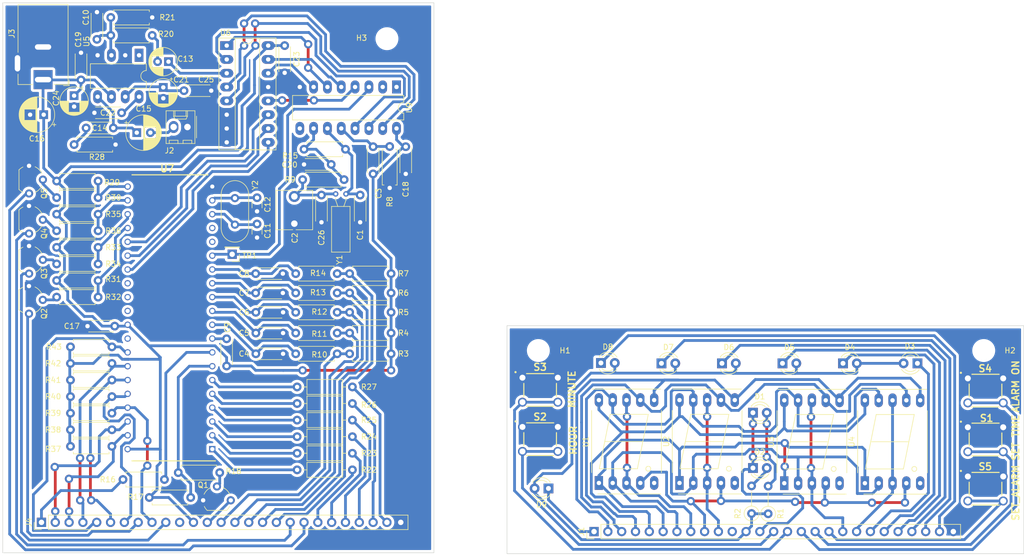
<source format=kicad_pcb>
(kicad_pcb (version 20211014) (generator pcbnew)
  (layers (0 "F.Cu" signal) (31 "B.Cu" signal) (34 "B.Paste" user) (35 "F.Paste" user) (36 "B.SilkS" user "B.Silkscreen") (37 "F.SilkS" user "F.Silkscreen") (38 "B.Mask" user) (39 "F.Mask" user) (44 "Edge.Cuts" user))
  (net 0 "")
  (net 1 "/LED_DISPLAY_BOARD/SAS")
  (net 2 "/LED_DISPLAY_BOARD/TS")
  (net 3 "/LED_DISPLAY_BOARD/HS")
  (net 4 "VCC")
  (net 5 "/LED_DISPLAY_BOARD/MS")
  (net 6 "GND")
  (net 7 "/LED_DISPLAY_BOARD/AS")
  (net 8 "Net-(C9-Pad2)")
  (net 9 "Net-(C12-Pad1)")
  (net 10 "Net-(C13-Pad2)")
  (net 11 "Net-(C14-Pad1)")
  (net 12 "Net-(D2-Pad2)")
  (net 13 "Net-(C11-Pad2)")
  (net 14 "Net-(C14-Pad2)")
  (net 15 "Net-(C15-Pad2)")
  (net 16 "/LED_DISPLAY_BOARD/DL")
  (net 17 "Net-(D1-Pad2)")
  (net 18 "/LED_DISPLAY_BOARD/L0")
  (net 19 "/LED_DISPLAY_BOARD/L1")
  (net 20 "/LED_DISPLAY_BOARD/L2")
  (net 21 "/LED_DISPLAY_BOARD/L3")
  (net 22 "/LED_DISPLAY_BOARD/L4")
  (net 23 "/LED_DISPLAY_BOARD/L5")
  (net 24 "/LED_DISPLAY_BOARD/AL")
  (net 25 "Net-(Q1-Pad2)")
  (net 26 "Net-(Q3-Pad2)")
  (net 27 "Net-(Q4-Pad2)")
  (net 28 "Net-(Q5-Pad2)")
  (net 29 "/MCU_BOARD/G")
  (net 30 "/MCU_BOARD/F")
  (net 31 "/MCU_BOARD/E")
  (net 32 "/MCU_BOARD/D")
  (net 33 "/MCU_BOARD/C")
  (net 34 "/MCU_BOARD/B")
  (net 35 "/MCU_BOARD/A")
  (net 36 "/LED_DISPLAY_BOARD/ONE_M")
  (net 37 "/LED_DISPLAY_BOARD/TEN_M")
  (net 38 "/LED_DISPLAY_BOARD/ONE_H")
  (net 39 "/LED_DISPLAY_BOARD/TEN_H")
  (net 40 "/LED_DISPLAY_BOARD/G")
  (net 41 "/LED_DISPLAY_BOARD/F")
  (net 42 "/LED_DISPLAY_BOARD/E")
  (net 43 "/LED_DISPLAY_BOARD/D")
  (net 44 "/LED_DISPLAY_BOARD/C")
  (net 45 "/LED_DISPLAY_BOARD/B")
  (net 46 "/LED_DISPLAY_BOARD/A")
  (net 47 "Net-(Q2-Pad2)")
  (net 49 "Net-(C1-Pad2)")
  (net 50 "Net-(C3-Pad2)")
  (net 51 "Net-(C4-Pad1)")
  (net 52 "Net-(C5-Pad1)")
  (net 53 "Net-(C6-Pad1)")
  (net 54 "Net-(C7-Pad1)")
  (net 55 "Net-(C8-Pad1)")
  (net 62 "Net-(C20-Pad2)")
  (net 63 "Net-(R16-Pad2)")
  (net 64 "Net-(R17-Pad2)")
  (net 65 "Net-(R22-Pad2)")
  (net 66 "Net-(R23-Pad2)")
  (net 67 "Net-(R24-Pad2)")
  (net 68 "Net-(R25-Pad2)")
  (net 69 "Net-(R26-Pad2)")
  (net 70 "Net-(R27-Pad2)")
  (net 71 "Net-(R29-Pad1)")
  (net 72 "Net-(R31-Pad1)")
  (net 73 "Net-(R33-Pad1)")
  (net 74 "Net-(R35-Pad1)")
  (net 75 "Net-(TP1-Pad1)")
  (net 76 "/MCU_BOARD/Q6")
  (net 77 "/MCU_BOARD/Q8")
  (net 78 "/MCU_BOARD/Q9")
  (net 79 "/MCU_BOARD/Q7")
  (net 80 "Net-(U6-Pad9)")
  (net 81 "Net-(U6-Pad10)")
  (net 82 "Net-(U6-Pad11)")
  (net 83 "/MCU_BOARD/Q5")
  (net 84 "/MCU_BOARD/Q3")
  (net 85 "/MCU_BOARD/Q4")
  (net 95 "Net-(C2-Pad2)")
  (footprint "Resistor_THT:R_Axial_DIN0207_L6.3mm_D2.5mm_P7.62mm_Horizontal" (layer "F.Cu") (at 125.571 83.058 180)
    (fp_text reference "R14")
    (fp_text value "470R")
  )
  (footprint "Resistor_THT:R_Axial_DIN0207_L6.3mm_D2.5mm_P7.62mm_Horizontal" (layer "F.Cu") (at 81.629 69.088 180)
    (fp_text reference "R30")
    (fp_text value "1k")
  )
  (footprint "LED_THT:LED_D3.0mm" (layer "F.Cu") (at 185.173778 99.547954)
    (fp_text reference "D7")
    (fp_text value "LED")
  )
  (footprint "B3F-1020:B3F1000" (layer "F.Cu") (at 244.736018 113.545864 180)
    (fp_text reference "S1")
    (fp_text value "SET TIME")
  )
  (footprint "Resistor_THT:R_Axial_DIN0207_L6.3mm_D2.5mm_P7.62mm_Horizontal" (layer "F.Cu") (at 117.951 93.98)
    (fp_text reference "R11")
    (fp_text value "470R")
  )
  (footprint "Resistor_THT:R_Axial_DIN0207_L6.3mm_D2.5mm_P7.62mm_Horizontal" (layer "F.Cu") (at 81.629 66.04 180)
    (fp_text reference "R29")
    (fp_text value "10K")
  )
  (footprint "Package_TO_SOT_THT:TO-92_Wide" (layer "F.Cu") (at 68.937 77.978 -90)
    (fp_text reference "Q3")
    (fp_text value "2N3904")
  )
  (footprint "Resistor_THT:R_Axial_DIN0207_L6.3mm_D2.5mm_P7.62mm_Horizontal" (layer "F.Cu") (at 83.9545 39.273219)
    (fp_text reference "R20")
    (fp_text value "10K")
  )
  (footprint "Capacitor_THT:C_Disc_D4.3mm_W1.9mm_P5.00mm" (layer "F.Cu") (at 110.625 97.79)
    (fp_text reference "C4")
    (fp_text value "100nF")
  )
  (footprint "Resistor_THT:R_Axial_DIN0207_L6.3mm_D2.5mm_P10.16mm_Horizontal" (layer "F.Cu") (at 128.365 116.078 180)
    (fp_text reference "R23")
    (fp_text value "1K")
  )
  (footprint "B3F-1020:B3F1000" (layer "F.Cu") (at 244.736018 122.595894 180)
    (fp_text reference "S5")
    (fp_text value "SET_ALARM")
  )
  (footprint "LED_THT:LED_D3.0mm" (layer "F.Cu") (at 218.543378 99.547954)
    (fp_text reference "D4")
    (fp_text value "LED")
  )
  (footprint "Capacitor_THT:C_Disc_D4.3mm_W1.9mm_P5.00mm" (layer "F.Cu") (at 110.625 90.17)
    (fp_text reference "C6")
    (fp_text value "100nF")
  )
  (footprint "Resistor_THT:R_Axial_DIN0207_L6.3mm_D2.5mm_P7.62mm_Horizontal" (layer "F.Cu") (at 119.221 65.786)
    (fp_text reference "R9")
    (fp_text value "200k")
  )
  (footprint "Capacitor_THT:C_Disc_D4.3mm_W1.9mm_P5.00mm" (layer "F.Cu") (at 97.4165 49.433219)
    (fp_text reference "C25")
    (fp_text value "100nF")
  )
  (footprint "Crystal:Crystal_C38-LF_D3.0mm_L8.0mm_Horizontal" (layer "F.Cu") (at 125.288 68.41)
    (fp_text reference "Y1")
    (fp_text value "32.768Khz")
  )
  (footprint "Capacitor_THT:C_Disc_D4.3mm_W1.9mm_P5.00mm" (layer "F.Cu") (at 122.682 68.62 -90)
    (fp_text reference "C26")
    (fp_text value "12pF")
  )
  (footprint "LED_THT:LED_D3.0mm" (layer "F.Cu") (at 196.296978 99.547954)
    (fp_text reference "D6")
    (fp_text value "LED")
  )
  (footprint "Resistor_THT:R_Axial_DIN0207_L6.3mm_D2.5mm_P7.62mm_Horizontal" (layer "F.Cu") (at 125.571 97.79 180)
    (fp_text reference "R10")
    (fp_text value "470R")
  )
  (footprint "LED_THT:LED_D3.0mm" (layer "F.Cu") (at 174.050578 99.481894)
    (fp_text reference "D8")
    (fp_text value "LED")
  )
  (footprint "Resistor_THT:R_Axial_DIN0207_L6.3mm_D2.5mm_P7.62mm_Horizontal" (layer "F.Cu") (at 125.571 86.614 180)
    (fp_text reference "R13")
    (fp_text value "470R")
  )
  (footprint "Capacitor_THT:C_Disc_D4.3mm_W1.9mm_P5.00mm" (layer "F.Cu") (at 84.4225 56.291219 180)
    (fp_text reference "C14")
    (fp_text value "47nF")
  )
  (footprint "Capacitor_THT:C_Disc_D4.3mm_W1.9mm_P5.00mm" (layer "F.Cu") (at 129.794 73.62 90)
    (fp_text reference "C1")
    (fp_text value "12pF")
  )
  (footprint "LED_THT:LED_D3.0mm" (layer "F.Cu") (at 232.216578 99.547954 180)
    (fp_text reference "D3")
    (fp_text value "LED")
  )
  (footprint "Capacitor_THT:C_Disc_D4.3mm_W1.9mm_P5.00mm" (layer "F.Cu") (at 110.585 83.058)
    (fp_text reference "C8")
    (fp_text value "100nF")
  )
  (footprint "Resistor_THT:R_Axial_DIN0207_L6.3mm_D2.5mm_P7.62mm_Horizontal" (layer "F.Cu") (at 81.629 72.136 180)
    (fp_text reference "R35")
    (fp_text value "10K")
  )
  (footprint "Capacitor_THT:C_Disc_D4.3mm_W1.9mm_P5.00mm" (layer "F.Cu") (at 84.677 92.71 180)
    (fp_text reference "C17")
    (fp_text value "100nF")
  )
  (footprint "Resistor_THT:R_Axial_DIN0207_L6.3mm_D2.5mm_P7.62mm_Horizontal" (layer "F.Cu") (at 127.857 97.79)
    (fp_text reference "R3")
    (fp_text value "4k7")
  )
  (footprint "Display_7Segment:7SegmentLED_LTS6760_LTS6780" (layer "F.Cu") (at 222.564578 121.579894 90)
    (fp_text reference "U4")
    (fp_text value "SM420561N")
  )
  (footprint "Capacitor_THT:CP_Radial_D5.0mm_P2.00mm" (layer "F.Cu") (at 77.216 50.352888 -90)
    (fp_text reference "C24")
    (fp_text value "10uF")
  )
  (footprint "Capacitor_THT:CP_Radial_D6.3mm_P2.50mm" (layer "F.Cu") (at 88.733621 57.15)
    (fp_text reference "C15")
    (fp_text value "330uF")
  )
  (footprint "Connector_Molex:Molex_KK-254_AE-6410-02A_1x02_P2.54mm_Vertical" (layer "F.Cu") (at 98.044 56.114 180)
    (fp_text reference "J2")
    (fp_text value "Speaker_Conn_01x02")
  )
  (footprint "Capacitor_THT:C_Disc_D4.3mm_W1.9mm_P5.00mm" (layer "F.Cu") (at 78.486 47.458 90)
    (fp_text reference "C19")
    (fp_text value "100nF")
  )
  (footprint "Capacitor_THT:C_Disc_D4.3mm_W1.9mm_P5.00mm" (layer "F.Cu") (at 81.4145 39.995219 90)
    (fp_text reference "C10")
    (fp_text value "100nF")
  )
  (footprint "B3F-1020:B3F1000" (layer "F.Cu") (at 162.874578 104.437864 180)
    (fp_text reference "S3")
    (fp_text value "MINUTE")
  )
  (footprint "Package_DIP:DIP-16_W7.62mm_LongPads" (layer "F.Cu") (at 136.478 48.753 -90)
    (fp_text reference "U9")
    (fp_text value "SN74HC4060N")
  )
  (footprint "Resistor_THT:R_Axial_DIN0207_L6.3mm_D2.5mm_P7.62mm_Horizontal" (layer "F.Cu") (at 84.169 108.712 180)
    (fp_text reference "R39")
    (fp_text value "100R")
  )
  (footprint "Resistor_THT:R_Axial_DIN0207_L6.3mm_D2.5mm_P7.62mm_Horizontal" (layer "F.Cu") (at 127.857 83.058)
    (fp_text reference "R7")
    (fp_text value "4k7")
  )
  (footprint "Capacitor_THT:C_Disc_D4.3mm_W1.9mm_P5.00mm" (layer "F.Cu") (at 138.176 59.73 -90)
    (fp_text reference "C18")
    (fp_text value "100nF")
  )
  (footprint "Connector_PinHeader_2.54mm:PinHeader_1x27_P2.54mm_Vertical" (layer "F.Cu") (at 172.780578 130.469894 90)
    (fp_text reference "J1")
    (fp_text value "Conn_01x27")
  )
  (footprint "LED_THT:LED_D3.0mm" (layer "F.Cu") (at 201.985578 108.625894)
    (fp_text reference "D1")
    (fp_text value "LED")
  )
  (footprint "Resistor_THT:R_Axial_DIN0207_L6.3mm_D2.5mm_P7.62mm_Horizontal" (layer "F.Cu") (at 91.5745 35.971219 180)
    (fp_text reference "R21")
    (fp_text value "470R")
  )
  (footprint "Package_TO_SOT_THT:TO-92_Wide" (layer "F.Cu") (at 68.921 85.344 -90)
    (fp_text reference "Q2")
    (fp_text value "2N3904")
  )
  (footprint "Resistor_THT:R_Axial_DIN0207_L6.3mm_D2.5mm_P7.62mm_Horizontal" (layer "F.Cu") (at 127.857 93.98)
    (fp_text reference "R4")
    (fp_text value "4k7")
  )
  (footprint "Resistor_THT:R_Axial_DIN0207_L6.3mm_D2.5mm_P7.62mm_Horizontal" (layer "F.Cu") (at 84.169 105.664 180)
    (fp_text reference "R40")
    (fp_text value "100R")
  )
  (footprint "Connector_PinHeader_2.54mm:PinHeader_1x27_P2.54mm_Vertical" (layer "F.Cu") (at 71.215 128.778 90)
    (fp_text reference "J4")
    (fp_text value "Conn_01x27")
  )
  (footprint "Resistor_THT:R_Axial_DIN0207_L6.3mm_D2.5mm_P7.62mm_Horizontal" (layer "F.Cu") (at 125.571 90.17 180)
    (fp_text reference "R12")
    (fp_text value "470R")
  )
  (footprint "Resistor_THT:R_Axial_DIN0207_L6.3mm_D2.5mm_P7.62mm_Horizontal" (layer "F.Cu") (at 84.169 114.808 180)
    (fp_text reference "R37")
    (fp_text value "100R")
  )
  (footprint "Resistor_THT:R_Axial_DIN0207_L6.3mm_D2.5mm_P10.16mm_Horizontal" (layer "F.Cu") (at 128.365 103.886 180)
    (fp_text reference "R27")
    (fp_text value "1K")
  )
  (footprint "Resistor_THT:R_Axial_DIN0207_L6.3mm_D2.5mm_P10.16mm_Horizontal" (layer "F.Cu") (at 128.365 109.982 180)
    (fp_text reference "R25")
    (fp_text value "1K")
  )
  (footprint "Package_TO_SOT_THT:TO-92_Wide" (layer "F.Cu") (at 100.933 124.722)
    (fp_text reference "Q1")
    (fp_text value "2N3904")
  )
  (footprint "Resistor_THT:R_Axial_DIN0207_L6.3mm_D2.5mm_P7.62mm_Horizontal" (layer "F.Cu") (at 127.857 90.17)
    (fp_text reference "R5")
    (fp_text value "4k7")
  )
  (footprint "Resistor_THT:R_Axial_DIN0207_L6.3mm_D2.5mm_P7.62mm_Horizontal" (layer "F.Cu") (at 84.169 111.76 180)
    (fp_text reference "R38")
    (fp_text value "100R")
  )
  (footprint "LED_THT:LED_D3.0mm" (layer "F.Cu") (at 201.990578 118.785894)
    (fp_text reference "D2")
    (fp_text value "LED")
  )
  (footprint "Package_DIP:DIP-8_W7.62mm_LongPads" (layer "F.Cu") (at 89.154 42.926 -90)
    (fp_text reference "U5")
    (fp_text value "LM386")
  )
  (footprint "MountingHole:MountingHole_3.2mm_M3" (layer "F.Cu") (at 134.715 39.878)
    (fp_text reference "H3")
    (fp_text value "MountingHole")
  )
  (footprint "Resistor_THT:R_Axial_DIN0207_L6.3mm_D2.5mm_P7.62mm_Horizontal" (layer "F.Cu") (at 81.629 81.28 180)
    (fp_text reference "R34")
    (fp_text value "1k")
  )
  (footprint "Resistor_THT:R_Axial_DIN0207_L6.3mm_D2.5mm_P7.62mm_Horizontal" (layer "F.Cu") (at 84.169 102.616 180)
    (fp_text reference "R41")
    (fp_text value "100R")
  )
  (footprint "Display_7Segment:7SegmentLED_LTS6760_LTS6780" (layer "F.Cu") (at 188.487684 121.539 90)
    (fp_text reference "U2")
    (fp_text value "SM420561N")
  )
  (footprint "Display_7Segment:7SegmentLED_LTS6760_LTS6780" (layer "F.Cu") (at 207.74791 121.579894 90)
    (fp_text reference "U3")
    (fp_text value "SM420561N")
  )
  (footprint "Capacitor_THT:C_Disc_D3.0mm_W1.6mm_P2.50mm" (layer "F.Cu") (at 110.839 76.434 90)
    (fp_text reference "C11")
    (fp_text value "18pF")
  )
  (footprint "LED_THT:LED_D3.0mm" (layer "F.Cu") (at 164.403578 122.537924 180)
    (fp_text reference "D9")
    (fp_text value "LED")
  )
  (footprint "Package_DIP:DIP-16_W7.62mm_Socket_LongPads" (layer "F.Cu") (at 105.268323 41.148)
    (fp_text reference "U6")
    (fp_text value "74HC4051")
  )
  (footprint "Capacitor_THT:CP_Radial_D5.0mm_P2.00mm" (layer "F.Cu") (at 93.606499 48.828888 -90)
    (fp_text reference "C21")
    (fp_text value "47uF")
  )
  (footprint "Capacitor_THT:CP_Radial_D6.3mm_P2.50mm" (layer "F.Cu") (at 71.628 53.848 180)
    (fp_text reference "C16")
    (fp_text value "330uF")
  )
  (footprint "MountingHole:MountingHole_3.2mm_M3" (layer "F.Cu") (at 162.547138 97.195894)
    (fp_text reference "H1")
    (fp_text value "MountingHole")
  )
  (footprint "MountingHole:MountingHole_3.2mm_M3" (layer "F.Cu") (at 244.408578 97.195894)
    (fp_text reference "H2")
    (fp_text value "MountingHole")
  )
  (footprint "Capacitor_THT:C_Disc_D4.3mm_W1.9mm_P5.00mm" (layer "F.Cu") (at 132.175 64.73 90)
    (fp_text reference "C3")
    (fp_text value "100nF")
  )
  (footprint "Resistor_THT:R_Axial_DIN0207_L6.3mm_D2.5mm_P7.62mm_Horizontal" (layer "F.Cu") (at 127.857 86.614)
    (fp_text reference "R6")
    (fp_text value "4k7")
  )
  (footprint "Capacitor_THT:C_Disc_D4.3mm_W1.9mm_P5.00mm" (layer "F.Cu") (at 105.251 100.036 90)
    (fp_text reference "C9")
    (fp_text value "100nF")
  )
  (footprint "AT89S51-33PU:DIP1556W56P254L5232H483Q40N" (layer "F.Cu") (at 94.837 91.186 180)
    (fp_text reference "U7")
    (fp_text value "AT89S51-24PU" hide)
  )
  (footprint "Display_7Segment:7SegmentLED_LTS6760_LTS6780" (layer "F.Cu") (at 173.671018 121.539 90)
    (fp_text reference "U1")
    (fp_text value "SM420561N")
  )
  (footprint "Resistor_THT:R_Axial_DIN0207_L6.3mm_D2.5mm_P7.62mm_Horizontal" (layer "F.Cu") (at 91.027 124.206)
    (fp_text reference "R17")
    (fp_text value "10K")
  )
  (footprint "Capacitor_THT:CP_Radial_D5.0mm_P2.00mm" (layer "F.Cu") (at 94.561612 44.099219 180)
    (fp_text reference "C13")
    (fp_text value "4.7uF")
  )
  (footprint "Resistor_THT:R_Axial_DIN0207_L6.3mm_D2.5mm_P7.62mm_Horizontal" (layer "F.Cu") (at 135.223 59.69 -90)
    (fp_text reference "R8")
    (fp_text value "1k")
  )
  (footprint "Capacitor_THT:C_Disc_D3.0mm_W1.6mm_P2.50mm" (layer "F.Cu") (at 110.839 69.108 -90)
    (fp_text reference "C12")
    (fp_text value "18pF")
  )
  (footprint "Resistor_THT:R_Axial_DIN0207_L6.3mm_D2.5mm_P7.62mm_Horizontal" (layer "F.Cu") (at 96.361 119.634)
    (fp_text reference "R18")
    (fp_text value "1k")
  )
  (footprint "Package_TO_SOT_THT:TO-92_Wide" (layer "F.Cu") (at 68.937 63.246 -90)
    (fp_text reference "Q5")
    (fp_text value "2N3904")
  )
  (footprint "Resistor_THT:R_Axial_DIN0207_L6.3mm_D2.5mm_P10.16mm_Horizontal" (layer "F.Cu") (at 128.365 106.934 180)
    (fp_text reference "R26")
    (fp_text value "1K")
  )
  (footprint "Resistor_THT:R_Axial_DIN0207_L6.3mm_D2.5mm_P7.62mm_Horizontal" (layer "F.Cu") (at 84.169 99.568 180)
    (fp_text reference "R42")
    (fp_text value "100R")
  )
  (footprint "Resistor_THT:R_Axial_DIN0207_L6.3mm_D2.5mm_P7.62mm_Horizontal" (layer "F.Cu") (at 81.629 84.328 180)
    (fp_text reference "R31")
    (fp_text value "10K")
  )
  (footprint "Resistor_THT:R_Axial_DIN0207_L6.3mm_D2.5mm_P7.62mm_Horizontal" (layer "F.Cu") (at 77.216 59.339219)
    (fp_text reference "R28")
    (fp_text value "10R")
  )
  (footprint "Capacitor_THT:C_Disc_D4.3mm_W1.9mm_P5.00mm" (layer "F.Cu") (at 80.9465 53.497219)
    (fp_text reference "C22")
    (fp_text value "100nF")
  )
  (footprint "Crystal:Crystal_HC49-U_Vertical" (layer "F.Cu") (at 106.775 69.178 -90)
    (fp_text reference "Y2")
    (fp_text value "12Mhz")
  )
  (footprint "B3F-1020:B3F1000" (layer "F.Cu") (at 244.736018 104.561894 180)
    (fp_text reference "S4")
    (fp_text value "ALARM ON")
  )
  (footprint "Resistor_THT:R_Axial_DIN0207_L6.3mm_D2.5mm_P5.08mm_Vertical" (layer "F.Cu") (at 204.784578 127.196894 90)
    (fp_text reference "R1")
    (fp_text value "1K")
  )
  (footprint "Capacitor_THT:C_Disc_D4.3mm_W1.9mm_P5.00mm" (layer "F.Cu") (at 115.919 41.148 -90)
    (fp_text reference "C23")
    (fp_text value "100nF")
  )
  (footprint "Capacitor_THT:C_Disc_D4.3mm_W1.9mm_P5.00mm" (layer "F.Cu") (at 119.475 62.992)
    (fp_text reference "C20")
    (fp_text value "1nF")
  )
  (footprint "Resistor_THT:R_Axial_DIN0207_L6.3mm_D2.5mm_P10.16mm_Horizontal" (layer "F.Cu") (at 128.365 113.03 180)
    (fp_text reference "R24")
    (fp_text value "1K")
  )
  (footprint "Resistor_THT:R_Axial_DIN0207_L6.3mm_D2.5mm_P7.62mm_Horizontal" (layer "F.Cu") (at 81.629 87.376 180)
    (fp_text reference "R32")
    (fp_text value "1k")
  )
  (footprint "LED_THT:LED_D3.0mm" (layer "F.Cu") (at 207.420178 99.547954)
    (fp_text reference "D5")
    (fp_text value "LED")
  )
  (footprint "Capacitor_THT:C_Disc_D4.3mm_W1.9mm_P5.00mm" (layer "F.Cu") (at 110.585 86.614)
    (fp_text reference "C7")
    (fp_text value "100nF")
  )
  (footprint "Capacitor_THT:C_Disc_D4.3mm_W1.9mm_P5.00mm" (layer "F.Cu") (at 110.625 93.98)
    (fp_text reference "C5")
    (fp_text value "100nF")
  )
  (footprint "Resistor_THT:R_Axial_DIN0207_L6.3mm_D2.5mm_P7.62mm_Horizontal" (layer "F.Cu") (at 81.629 78.232 180)
    (fp_text reference "R33")
    (fp_text value "10K")
  )
  (footprint "Connector_BarrelJack:BarrelJack_Horizontal" (layer "F.Cu") (at 71.5085 47.402 -90)
    (fp_text reference "J3")
    (fp_text value "Barrel_Jack_Switch")
  )
  (footprint "Resistor_THT:R_Axial_DIN0207_L6.3mm_D2.5mm_P7.62mm_Horizontal" (layer "F.Cu") (at 119.475 60.198)
    (fp_text reference "R15")
    (fp_text value "10M")
  )
  (footprint "B3F-1020:B3F1000" (layer "F.Cu") (at 162.874578 113.487894 180)
    (fp_text reference "S2")
    (fp_text value "HOUR")
  )
  (footprint "Resistor_THT:R_Axial_DIN0207_L6.3mm_D2.5mm_P10.16mm_Horizontal" (layer "F.Cu") (at 128.365 119.126 180)
    (fp_text reference "R22")
    (fp_text value "1K")
  )
  (footprint "Resistor_THT:R_Axial_DIN0207_L6.3mm_D2.5mm_P5.08mm_Vertical" (layer "F.Cu") (at 201.736578 127.156 90)
    (fp_text reference "R2")
    (fp_text value "1K")
  )
  (footprint "Package_TO_SOT_THT:TO-92_Wide" (layer "F.Cu") (at 68.929 70.612 -90)
    (fp_text reference "Q4")
    (fp_text value "2N3904")
  )
  (footprint "Resistor_THT:R_Axial_DIN0207_L6.3mm_D2.5mm_P7.62mm_Horizontal" (layer "F.Cu") (at 84.169 96.52 180)
    (fp_text reference "R43")
    (fp_text value "100R")
  )
  (footprint "Capacitor_THT:C_Rect_L7.0mm_W6.5mm_P5.00mm" (layer "F.Cu") (at 117.697 73.874 90)
    (fp_text reference "C2")
    (fp_text value "5-20pF")
  )
  (footprint "Resistor_THT:R_Axial_DIN0207_L6.3mm_D2.5mm_P7.62mm_Horizontal" (layer "F.Cu") (at 81.629 75.184 180)
    (fp_text reference "R36")
    (fp_text value "1k")
  )
  (footprint "Resistor_THT:R_Axial_DIN0207_L6.3mm_D2.5mm_P7.62mm_Horizontal" (layer "F.Cu") (at 86.201 120.904)
    (fp_text reference "R16")
    (fp_text value "1K")
  )
  (footprint "Connector_PinHeader_2.54mm:PinHeader_1x01_P2.54mm_Vertical" (layer "F.Cu") (at 106.267 79.502 180)
    (fp_text reference "TP1")
    (fp_text value "TestPoint")
  )
  (gr_rect (start 156.778578 92.623894) (end 251.774578 134.533894) (layer "Edge.Cuts") (width 0.1) (fill none))
  (gr_rect (start 64.103 33.274) (end 143.351 134.366) (layer "Edge.Cuts") (width 0.1) (fill none))
  (segment (start 82.1365 39.273219) (end 81.4145 39.995219) (width 0.508) (layer "B.Cu") (net 0))
  (segment (start 94.21083 49.433219) (end 93.606499 48.828888) (width 0.508) (layer "B.Cu") (net 0))
  (segment (start 83.9545 39.273219) (end 82.1365 39.273219) (width 0.508) (layer "B.Cu") (net 0))
  (segment (start 93.472 48.828888) (end 93.354112 48.711) (width 0.508) (layer "B.Cu") (net 0))
  (segment (start 96.690393 46.228) (end 94.561612 44.099219) (width 0.508) (layer "B.Cu") (net 0))
  (segment (start 86.202781 53.497219) (end 89.154 50.546) (width 0.508) (layer "B.Cu") (net 0))
  (segment (start 88.449 48.711) (end 86.614 50.546) (width 0.508) (layer "B.Cu") (net 0))
  (segment (start 93.354112 48.711) (end 88.449 48.711) (width 0.508) (layer "B.Cu") (net 0))
  (segment (start 85.9465 53.497219) (end 86.202781 53.497219) (width 0.508) (layer "B.Cu") (net 0))
  (segment (start 83.9545 39.273219) (end 83.9545 42.8065) (width 0.508) (layer "B.Cu") (net 0))
  (segment (start 97.4165 49.433219) (end 94.21083 49.433219) (width 0.508) (layer "B.Cu") (net 0))
  (segment (start 105.268323 46.228) (end 96.690393 46.228) (width 0.508) (layer "B.Cu") (net 0))
  (segment (start 83.9545 35.971219) (end 83.9545 39.273219) (width 0.508) (layer "B.Cu") (net 0))
  (segment (start 83.9545 42.8065) (end 84.074 42.926) (width 0.508) (layer "B.Cu") (net 0))
  (segment (start 129.254499 102.191488) (end 131.957503 99.488484) (width 0.508) (layer "B.Cu") (net 1))
  (segment (start 114.395 128.778) (end 115.88 127.293) (width 0.508) (layer "B.Cu") (net 1))
  (segment (start 127.987102 102.234501) (end 129.254499 102.234501) (width 0.508) (layer "B.Cu") (net 1))
  (segment (start 131.957503 87.158503) (end 127.857 83.058) (width 0.508) (layer "B.Cu") (net 1))
  (segment (start 240.855578 131.954894) (end 217.445578 131.954894) (width 0.508) (layer "B.Cu") (net 1))
  (segment (start 115.88 127.293) (end 119.91706 127.293) (width 0.508) (layer "B.Cu") (net 1))
  (segment (start 126.93 120.28006) (end 126.93 103.291603) (width 0.508) (layer "B.Cu") (net 1))
  (segment (start 131.957503 99.488484) (end 131.957503 87.158503) (width 0.508) (layer "B.Cu") (net 1))
  (segment (start 129.254499 102.234501) (end 129.254499 102.191488) (width 0.508) (layer "B.Cu") (net 1))
  (segment (start 119.91706 127.293) (end 126.93 120.28006) (width 0.508) (layer "B.Cu") (net 1))
  (segment (start 217.445578 131.954894) (end 215.960578 130.469894) (width 0.508) (layer "B.Cu") (net 1))
  (segment (start 241.464578 124.845894) (end 247.964578 124.845894) (width 0.508) (layer "B.Cu") (net 1))
  (segment (start 126.93 103.291603) (end 127.987102 102.234501) (width 0.508) (layer "B.Cu") (net 1))
  (segment (start 127.857 83.058) (end 125.571 83.058) (width 0.508) (layer "B.Cu") (net 1))
  (segment (start 247.964578 124.845894) (end 240.855578 131.954894) (width 0.508) (layer "B.Cu") (net 1))
  (segment (start 126.041499 102.923574) (end 127.619073 101.346) (width 0.508) (layer "B.Cu") (net 2))
  (segment (start 126.041499 119.912031) (end 126.041499 102.923574) (width 0.508) (layer "B.Cu") (net 2))
  (segment (start 215.794079 132.843395) (end 242.031829 132.843395) (width 0.508) (layer "B.Cu") (net 2))
  (segment (start 125.571 86.614) (end 127.857 86.614) (width 0.508) (layer "B.Cu") (net 2))
  (segment (start 128.843457 101.346) (end 131.069002 99.120455) (width 0.508) (layer "B.Cu") (net 2))
  (segment (start 131.069002 89.826002) (end 127.857 86.614) (width 0.508) (layer "B.Cu") (net 2))
  (segment (start 114.228501 126.404499) (end 119.549031 126.404499) (width 0.508) (layer "B.Cu") (net 2))
  (segment (start 119.549031 126.404499) (end 126.041499 119.912031) (width 0.508) (layer "B.Cu") (net 2))
  (segment (start 249.424578 125.450646) (end 249.424578 117.255864) (width 0.508) (layer "B.Cu") (net 2))
  (segment (start 249.424578 117.255864) (end 247.964578 115.795864) (width 0.508) (layer "B.Cu") (net 2))
  (segment (start 247.964578 115.795864) (end 241.464578 115.795864) (width 0.508) (layer "B.Cu") (net 2))
  (segment (start 111.855 128.778) (end 114.228501 126.404499) (width 0.508) (layer "B.Cu") (net 2))
  (segment (start 242.031829 132.843395) (end 249.424578 125.450646) (width 0.508) (layer "B.Cu") (net 2))
  (segment (start 127.619073 101.346) (end 128.843457 101.346) (width 0.508) (layer "B.Cu") (net 2))
  (segment (start 131.069002 99.120455) (end 131.069002 89.826002) (width 0.508) (layer "B.Cu") (net 2))
  (segment (start 213.420578 130.469894) (end 215.794079 132.843395) (width 0.508) (layer "B.Cu") (net 2))
  (segment (start 109.315 123.698) (end 104.235 128.778) (width 0.508) (layer "B.Cu") (net 3))
  (segment (start 205.800578 130.469894) (end 203.426578 132.843894) (width 0.508) (layer "B.Cu") (net 3))
  (segment (start 123.285 118.872) (end 123.285 100.076) (width 0.508) (layer "B.Cu") (net 3))
  (segment (start 166.129578 115.737894) (end 159.629578 115.737894) (width 0.508) (layer "B.Cu") (net 3))
  (segment (start 123.285 100.076) (end 125.571 97.79) (width 0.508) (layer "B.Cu") (net 3))
  (segment (start 123.285 118.872) (end 118.459 123.698) (width 0.508) (layer "B.Cu") (net 3))
  (segment (start 125.571 97.79) (end 127.857 97.79) (width 0.508) (layer "B.Cu") (net 3))
  (segment (start 159.629578 122.474742) (end 159.629578 115.737894) (width 0.508) (layer "B.Cu") (net 3))
  (segment (start 203.426578 132.843894) (end 169.99873 132.843894) (width 0.508) (layer "B.Cu") (net 3))
  (segment (start 118.459 123.698) (end 109.315 123.698) (width 0.508) (layer "B.Cu") (net 3))
  (segment (start 169.99873 132.843894) (end 159.629578 122.474742) (width 0.508) (layer "B.Cu") (net 3))
  (segment (start 119.221 100.838) (end 135.477 100.838) (width 0.508) (layer "F.Cu") (net 4))
  (via (at 119.221 100.838) (size 1.524) (drill 0.8128) (layers "F.Cu" "B.Cu") (net 4))
  (via (at 135.477 100.838) (size 1.524) (drill 0.8128) (layers "F.Cu" "B.Cu") (net 4))
  (segment (start 168.716578 118.023894) (end 168.716578 104.841422) (width 0.508) (layer "B.Cu") (net 4))
  (segment (start 78.486 47.458) (end 78.486 49.082888) (width 0.508) (layer "B.Cu") (net 4))
  (segment (start 82.391 92.71) (end 80.613 90.932) (width 0.508) (layer "B.Cu") (net 4))
  (segment (start 209.737098 101.387374) (end 220.913098 101.387374) (width 0.508) (layer "B.Cu") (net 4))
  (segment (start 172.212 101.346) (end 187.852684 101.346) (width 0.508) (layer "B.Cu") (net 4))
  (segment (start 74.009 66.04) (end 75.444 67.475) (width 0.508) (layer "B.Cu") (net 4))
  (segment (start 78.486 49.082888) (end 77.216 50.352888) (width 0.508) (layer "B.Cu") (net 4))
  (segment (start 132.763 64.73) (end 132.175 64.73) (width 0.508) (layer "B.Cu") (net 4))
  (segment (start 135.477 83.058) (end 135.477 80.264) (width 0.508) (layer "B.Cu") (net 4))
  (segment (start 76.422 114.808) (end 76.422 96.52) (width 0.508) (layer "B.Cu") (net 4))
  (segment (start 71.5085 53.7285) (end 71.628 53.848) (width 0.508) (layer "B.Cu") (net 4))
  (segment (start 86.455 98.806) (end 87.217 98.806) (width 0.508) (layer "B.Cu") (net 4))
  (segment (start 135.477 97.79) (end 135.477 83.058) (width 0.508) (layer "B.Cu") (net 4))
  (segment (start 135.477 100.838) (end 135.477 97.79) (width 0.508) (layer "B.Cu") (net 4))
  (segment (start 71.5645 47.458) (end 71.5085 47.402) (width 0.508) (layer "B.Cu") (net 4))
  (segment (start 82.391 92.71) (end 84.677 92.71) (width 0.508) (layer "B.Cu") (net 4))
  (segment (start 198.836978 100.857494) (end 198.307578 101.386894) (width 0.508) (layer "B.Cu") (net 4))
  (segment (start 87.217 98.806) (end 86.074 98.806) (width 0.508) (layer "B.Cu") (net 4))
  (segment (start 79.089 90.932) (end 76.041 87.884) (width 0.508) (layer "B.Cu") (net 4))
  (segment (start 163.382578 119.801894) (end 166.938578 119.801894) (width 0.508) (layer "B.Cu") (net 4))
  (segment (start 75.444 70.701) (end 74.009 72.136) (width 0.508) (layer "B.Cu") (net 4))
  (segment (start 108.0845 52.227219) (end 108.0845 59.593219) (width 0.508) (layer "B.Cu") (net 4))
  (segment (start 209.960178 101.164294) (end 209.737098 101.387374) (width 0.508) (layer "B.Cu") (net 4))
  (segment (start 103.119063 96.3215) (end 90.9235 96.3215) (width 0.508) (layer "B.Cu") (net 4))
  (segment (start 80.74 99.568) (end 82.264 98.044) (width 0.508) (layer "B.Cu") (net 4))
  (segment (start 76.645781 63.403219) (end 74.009 66.04) (width 0.508) (layer "B.Cu") (net 4))
  (segment (start 75.444 67.475) (end 75.444 70.701) (width 0.508) (layer "B.Cu") (net 4))
  (segment (start 112.888323 41.148) (end 112.888323 41.258604) (width 0.508) (layer "B.Cu") (net 4))
  (segment (start 93.059 115.411) (end 93.059 117.856) (width 0.508) (layer "B.Cu") (net 4))
  (segment (start 80.613 90.932) (end 79.089 90.932) (width 0.508) (layer "B.Cu") (net 4))
  (segment (start 110.585 100.838) (end 115.665 100.838) (width 0.508) (layer "B.Cu") (net 4))
  (segment (start 105.251 98.453437) (end 103.119063 96.3215) (width 0.508) (layer "B.Cu") (net 4))
  (segment (start 204.784578 127.196894) (end 201.777472 127.196894) (width 0.508) (layer "B.Cu") (net 4))
  (segment (start 198.266684 101.346) (end 198.307578 101.386894) (width 0.508) (layer "B.Cu") (net 4))
  (segment (start 82.264 98.044) (end 85.312 98.044) (width 0.508) (layer "B.Cu") (net 4))
  (segment (start 85.312 98.044) (end 85.8835 98.6155) (width 0.508) (layer "B.Cu") (net 4))
  (segment (start 71.628 53.848) (end 71.628 63.659) (width 0.508) (layer "B.Cu") (net 4))
  (segment (start 170.468342 131.954894) (end 199.235578 131.954894) (width 0.508) (layer "B.Cu") (net 4))
  (segment (start 84.074 50.546) (end 80.986 47.458) (width 0.508) (layer "B.Cu") (net 4))
  (segment (start 105.251 100.036) (end 105.251 98.453437) (width 0.508) (layer "B.Cu") (net 4))
  (segment (start 96.9085 63.403219) (end 76.645781 63.403219) (width 0.508) (layer "B.Cu") (net 4))
  (segment (start 176.590578 101.259894) (end 176.590578 99.481894) (width 0.508) (layer "B.Cu") (net 4))
  (segment (start 93.059 115.411) (end 93.059 98.457) (width 0.508) (layer "B.Cu") (net 4))
  (segment (start 93.059 117.856) (end 92.4622 118.4528) (width 0.508) (layer "B.Cu") (net 4))
  (segment (start 74.009 72.136) (end 75.787 73.914) (width 0.508) (layer "B.Cu") (net 4))
  (segment (start 76.422 99.568) (end 80.74 99.568) (width 0.508) (layer "B.Cu") (net 4))
  (segment (start 209.960178 99.547954) (end 209.960178 101.164294) (width 0.508) (layer "B.Cu") (net 4))
  (segment (start 209.229578 101.386894) (end 209.230058 101.387374) (width 0.508) (layer "B.Cu") (net 4))
  (segment (start 90.9235 96.3215) (end 90.011 95.409) (width 0.508) (layer "B.Cu") (net 4))
  (segment (start 78.486 47.458) (end 71.5645 47.458) (width 0.508) (layer "B.Cu") (net 4))
  (segment (start 112.888323 41.258604) (end 110.3705 43.776427) (width 0.508) (layer "B.Cu") (net 4))
  (segment (start 110.3705 48.417219) (end 110.3705 49.941219) (width 0.508) (layer "B.Cu") (net 4))
  (segment (start 110.3705 49.941219) (end 108.0845 52.227219) (width 0.508) (layer "B.Cu") (net 4))
  (segment (start 71.5085 47.402) (end 71.5085 53.7285) (width 0.508) (layer "B.Cu") (net 4))
  (segment (start 87.058 115.316) (end 92.964 115.316) (width 0.508) (layer "B.Cu") (net 4))
  (segment (start 87.217 98.806) (end 92.71 98.806) (width 0.508) (layer "B.Cu") (net 4))
  (segment (start 221.083378 99.547954) (end 229.676578 99.547954) (width 0.508) (layer "B.Cu") (net 4))
  (segment (start 71.628 63.659) (end 74.009 66.04) (width 0.508) (layer "B.Cu") (net 4))
  (segment (start 108.0845 59.593219) (end 107.7035 59.974219) (width 0.508) (layer "B.Cu") (net 4))
  (segment (start 187.713778 101.207094) (end 187.852684 101.346) (width 0.508) (layer "B.Cu") (net 4))
  (segment (start 136.493 58.46) (end 137.763 59.73) (width 0.508) (layer "B.Cu") (net 4))
  (segment (start 99.9565 60.355219) (end 96.9085 63.403219) (width 0.508) (layer "B.Cu") (net 4))
  (segment (start 161.863578 121.320894) (end 163.382578 119.801894) (width 0.508) (layer "B.Cu") (net 4))
  (segment (start 76.041 87.884) (end 76.041 86.36) (width 0.508) (layer "B.Cu") (net 4))
  (segment (start 75.787 76.454) (end 74.009 78.232) (width 0.508) (layer "B.Cu") (net 4))
  (segment (start 92.4622 118.4528) (end 92.4622 122.7708) (width 0.508) (layer "B.Cu") (net 4))
  (segment (start 209.230058 101.387374) (end 209.737098 101.387374) (width 0.508) (layer "B.Cu") (net 4))
  (segment (start 109.783 100.036) (end 110.585 100.838) (width 0.508) (layer "B.Cu") (net 4))
  (segment (start 132.175 76.962) (end 132.175 64.73) (width 0.508) (layer "B.Cu") (net 4))
  (segment (start 161.863578 122.537924) (end 161.863578 121.320894) (width 0.508) (layer "B.Cu") (net 4))
  (segment (start 107.7035 59.974219) (end 107.314719 60.363) (width 0.508) (layer "B.Cu") (net 4))
  (segment (start 136.493 56.388) (end 136.493 58.46) (width 0.508) (layer "B.Cu") (net 4))
  (segment (start 105.251 100.036) (end 109.783 100.036) (width 0.508) (layer "B.Cu") (net 4))
  (segment (start 221.083378 101.217094) (end 221.083378 99.547954) (width 0.508) (layer "B.Cu") (net 4))
  (segment (start 99.964281 60.363) (end 99.9565 60.355219) (width 0.508) (layer "B.Cu") (net 4))
  (segment (start 135.477 80.264) (end 132.175 76.962) (width 0.508) (layer "B.Cu") (net 4))
  (segment (start 75.787 73.914) (end 75.787 76.454) (width 0.508) (layer "B.Cu") (net 4))
  (segment (start 92.4622 122.7708) (end 91.027 124.206) (width 0.508) (layer "B.Cu") (net 4))
  (segment (start 201.777472 127.196894) (end 201.736578 127.156) (width 0.508) (layer "B.Cu") (net 4))
  (segment (start 166.938578 119.801894) (end 168.716578 118.023894) (width 0.508) (layer "B.Cu") (net 4))
  (segment (start 93.059 98.457) (end 90.011 95.409) (width 0.508) (layer "B.Cu") (net 4))
  (segment (start 115.919 41.148) (end 112.888323 41.148) (width 0.508) (layer "B.Cu") (net 4))
  (segment (start 115.665 100.838) (end 119.221 100.838) (width 0.508) (layer "B.Cu") (net 4))
  (segment (start 161.863578 123.35013) (end 170.468342 131.954894) (width 0.508) (layer "B.Cu") (net 4))
  (segment (start 75.444 79.667) (end 75.444 82.893) (width 0.508) (layer "B.Cu") (net 4))
  (segment (start 84.677 92.71) (end 86.804 92.71) (width 0.508) (layer "B.Cu") (net 4))
  (segment (start 168.716578 104.841422) (end 172.212 101.346) (width 0.508) (layer "B.Cu") (net 4))
  (segment (start 74.009 78.232) (end 75.444 79.667) (width 0.508) (layer "B.Cu") (net 4))
  (segment (start 76.041 86.36) (end 74.009 84.328) (width 0.508) (layer "B.Cu") (net 4))
  (segment (start 110.3705 43.776427) (end 110.3705 48.417219) (width 0.508) (layer "B.Cu") (net 4))
  (segment (start 198.836978 99.547954) (end 198.836978 100.857494) (width 0.508) (layer "B.Cu") (net 4))
  (segment (start 137.763 59.73) (end 132.763 64.73) (width 0.508) (layer "B.Cu") (net 4))
  (segment (start 94.583 124.206) (end 91.027 124.206) (width 0.508) (layer "B.Cu") (net 4))
  (segment (start 90.011 95.409) (end 87.058 92.456) (width 0.508) (layer "B.Cu") (net 4))
  (segment (start 198.307578 101.386894) (end 209.229578 101.386894) (width 0.508) (layer "B.Cu") (net 4))
  (segment (start 199.235578 131.954894) (end 200.720578 130.469894) (width 0.508) (layer "B.Cu") (net 4))
  (segment (start 75.444 82.893) (end 74.009 84.328) (width 0.508) (layer "B.Cu") (net 4))
  (segment (start 161.863578 122.537924) (end 161.863578 123.35013) (width 0.508) (layer "B.Cu") (net 4))
  (segment (start 92.964 115.316) (end 93.059 115.411) (width 0.508) (layer "B.Cu") (net 4))
  (segment (start 187.713778 99.547954) (end 187.713778 101.207094) (width 0.508) (layer "B.Cu") (net 4))
  (segment (start 187.852684 101.346) (end 198.266684 101.346) (width 0.508) (layer "B.Cu") (net 4))
  (segment (start 85.8835 98.6155) (end 86.074 98.806) (width 0.508) (layer "B.Cu") (net 4))
  (segment (start 201.736578 127.156) (end 201.736578 129.453894) (width 0.508) (layer "B.Cu") (net 4))
  (segment (start 107.314719 60.363) (end 99.964281 60.363) (width 0.508) (layer "B.Cu") (net 4))
  (segment (start 220.913098 101.387374) (end 221.083378 101.217094) (width 0.508) (layer "B.Cu") (net 4))
  (segment (start 201.736578 129.453894) (end 200.720578 130.469894) (width 0.508) (layer "B.Cu") (net 4))
  (segment (start 92.71 98.806) (end 93.059 98.457) (width 0.508) (layer "B.Cu") (net 4))
  (segment (start 86.804 92.71) (end 87.058 92.456) (width 0.508) (layer "B.Cu") (net 4))
  (segment (start 99.155 128.778) (end 94.583 124.206) (width 0.508) (layer "B.Cu") (net 4))
  (segment (start 80.986 47.458) (end 78.486 47.458) (width 0.508) (layer "B.Cu") (net 4))
  (segment (start 168.931079 133.732395) (end 158.169578 122.970894) (width 0.508) (layer "B.Cu") (net 5))
  (segment (start 125.571 93.98) (end 127.857 93.98) (width 0.508) (layer "B.Cu") (net 5))
  (segment (start 128.451397 99.225) (end 129.292 98.384397) (width 0.508) (layer "B.Cu") (net 5))
  (segment (start 124.212 119.20153) (end 124.212 101.943) (width 0.508) (layer "B.Cu") (net 5))
  (segment (start 205.078077 133.732395) (end 168.931079 133.732395) (width 0.508) (layer "B.Cu") (net 5))
  (segment (start 129.292 98.384397) (end 129.292 95.415) (width 0.508) (layer "B.Cu") (net 5))
  (segment (start 208.340578 130.469894) (end 205.078077 133.732395) (width 0.508) (layer "B.Cu") (net 5))
  (segment (start 124.212 101.943) (end 126.93 99.225) (width 0.508) (layer "B.Cu") (net 5))
  (segment (start 166.129578 106.687864) (end 159.629578 106.687864) (width 0.508) (layer "B.Cu") (net 5))
  (segment (start 129.292 95.415) (end 127.857 93.98) (width 0.508) (layer "B.Cu") (net 5))
  (segment (start 158.169578 108.147864) (end 159.629578 106.687864) (width 0.508) (layer "B.Cu") (net 5))
  (segment (start 124.212 119.20153) (end 118.786033 124.627497) (width 0.508) (layer "B.Cu") (net 5))
  (segment (start 158.169578 122.970894) (end 158.169578 108.147864) (width 0.508) (layer "B.Cu") (net 5))
  (segment (start 118.786033 124.627497) (end 110.925503 124.627497) (width 0.508) (layer "B.Cu") (net 5))
  (segment (start 110.925503 124.627497) (end 106.775 128.778) (width 0.508) (layer "B.Cu") (net 5))
  (segment (start 126.93 99.225) (end 128.451397 99.225) (width 0.508) (layer "B.Cu") (net 5))
  (segment (start 125.100501 102.608042) (end 127.378543 100.33) (width 0.508) (layer "B.Cu") (net 7))
  (segment (start 130.180501 92.493501) (end 127.857 90.17) (width 0.508) (layer "B.Cu") (net 7))
  (segment (start 130.180501 98.752426) (end 130.180501 92.493501) (width 0.508) (layer "B.Cu") (net 7))
  (segment (start 125.571 90.17) (end 127.857 90.17) (width 0.508) (layer "B.Cu") (net 7))
  (segment (start 125.100501 119.569559) (end 125.100501 102.608042) (width 0.508) (layer "B.Cu") (net 7))
  (segment (start 214.182578 133.771894) (end 242.35986 133.771894) (width 0.508) (layer "B.Cu") (net 7))
  (segment (start 250.313079 125.818675) (end 250.313079 109.160395) (width 0.508) (layer "B.Cu") (net 7))
  (segment (start 119.154062 125.515998) (end 112.577002 125.515998) (width 0.508) (layer "B.Cu") (net 7))
  (segment (start 128.602927 100.33) (end 130.180501 98.752426) (width 0.508) (layer "B.Cu") (net 7))
  (segment (start 250.313079 109.160395) (end 247.964578 106.811894) (width 0.508) (layer "B.Cu") (net 7))
  (segment (start 247.964578 106.811894) (end 241.464578 106.811894) (width 0.508) (layer "B.Cu") (net 7))
  (segment (start 112.577002 125.515998) (end 109.315 128.778) (width 0.508) (layer "B.Cu") (net 7))
  (segment (start 127.378543 100.33) (end 128.602927 100.33) (width 0.508) (layer "B.Cu") (net 7))
  (segment (start 125.100501 119.569559) (end 119.154062 125.515998) (width 0.508) (layer "B.Cu") (net 7))
  (segment (start 242.35986 133.771894) (end 250.313079 125.818675) (width 0.508) (layer "B.Cu") (net 7))
  (segment (start 210.880578 130.469894) (end 214.182578 133.771894) (width 0.508) (layer "B.Cu") (net 7))
  (segment (start 102.656 95.036) (end 102.616 94.996) (width 0.508) (layer "B.Cu") (net 8))
  (segment (start 105.251 95.036) (end 102.656 95.036) (width 0.508) (layer "B.Cu") (net 8))
  (segment (start 103.034 69.178) (end 102.616 69.596) (width 0.508) (layer "B.Cu") (net 9))
  (segment (start 106.775 69.178) (end 103.034 69.178) (width 0.508) (layer "B.Cu") (net 9))
  (segment (start 106.845 69.108) (end 106.775 69.178) (width 0.508) (layer "B.Cu") (net 9))
  (segment (start 110.839 69.108) (end 106.845 69.108) (width 0.508) (layer "B.Cu") (net 9))
  (segment (start 92.561612 44.099219) (end 92.561612 40.260331) (width 0.508) (layer "B.Cu") (net 10))
  (segment (start 92.561612 40.260331) (end 91.5745 39.273219) (width 0.508) (layer "B.Cu") (net 10))
  (segment (start 87.87484 56.291219) (end 88.733621 57.15) (width 0.508) (layer "B.Cu") (net 11))
  (segment (start 84.4225 56.291219) (end 87.87484 56.291219) (width 0.508) (layer "B.Cu") (net 11))
  (segment (start 84.4225 53.4345) (end 84.4225 56.291219) (width 0.508) (layer "B.Cu") (net 11))
  (segment (start 81.534 50.546) (end 84.4225 53.4345) (width 0.508) (layer "B.Cu") (net 11))
  (segment (start 204.530578 119.293894) (end 204.530578 118.785894) (width 0.508) (layer "B.Cu") (net 12))
  (segment (start 203.768578 120.055894) (end 204.530578 119.293894) (width 0.508) (layer "B.Cu") (net 12))
  (segment (start 203.756684 120.055894) (end 203.768578 120.055894) (width 0.508) (layer "B.Cu") (net 12))
  (segment (start 201.736578 122.076) (end 203.756684 120.055894) (width 0.508) (layer "B.Cu") (net 12))
  (segment (start 102.616 72.136) (end 104.853 72.136) (width 0.508) (layer "B.Cu") (net 13))
  (segment (start 104.853 72.136) (end 106.775 74.058) (width 0.508) (layer "B.Cu") (net 13))
  (segment (start 110.715 74.058) (end 110.839 73.934) (width 0.508) (layer "B.Cu") (net 13))
  (segment (start 106.775 74.058) (end 110.715 74.058) (width 0.508) (layer "B.Cu") (net 13))
  (segment (start 79.4225 56.291219) (end 79.4225 57.132719) (width 0.508) (layer "B.Cu") (net 14))
  (segment (start 79.4225 57.132719) (end 77.216 59.339219) (width 0.508) (layer "B.Cu") (net 14))
  (segment (start 91.233621 57.15) (end 94.468 57.15) (width 0.508) (layer "B.Cu") (net 15))
  (segment (start 94.468 57.15) (end 95.504 56.114) (width 0.508) (layer "B.Cu") (net 15))
  (segment (start 201.990578 116.753894) (end 201.990578 110.657894) (width 0.508) (layer "F.Cu") (net 16))
  (via (at 201.990578 116.753894) (size 1.524) (drill 0.8128) (layers "F.Cu" "B.Cu") (net 16))
  (via (at 201.990578 110.657894) (size 1.524) (drill 0.8128) (layers "F.Cu" "B.Cu") (net 16))
  (segment (start 211.134578 126.151894) (end 208.301578 128.984894) (width 0.508) (layer "B.Cu") (net 16))
  (segment (start 201.990578 118.785894) (end 201.736578 119.039894) (width 0.508) (layer "B.Cu") (net 16))
  (segment (start 200.044204 122.93552) (end 200.720578 123.611894) (width 0.508) (layer "B.Cu") (net 16))
  (segment (start 101.957 128.778) (end 101.695 128.778) (width 0.508) (layer "B.Cu") (net 16))
  (segment (start 201.990578 108.630894) (end 201.985578 108.625894) (width 0.508) (layer "B.Cu") (net 16))
  (segment (start 204.745578 128.984894) (end 203.260578 130.469894) (width 0.508) (layer "B.Cu") (net 16))
  (segment (start 210.372578 123.611894) (end 211.134578 124.373894) (width 0.508) (layer "B.Cu") (net 16))
  (segment (start 211.134578 124.373894) (end 211.134578 126.151894) (width 0.508) (layer "B.Cu") (net 16))
  (segment (start 200.466578 119.039894) (end 200.044204 119.462268) (width 0.508) (layer "B.Cu") (net 16))
  (segment (start 200.044204 119.462268) (end 200.044204 122.93552) (width 0.508) (layer "B.Cu") (net 16))
  (segment (start 106.013 124.722) (end 101.957 128.778) (width 0.508) (layer "B.Cu") (net 16))
  (segment (start 201.990578 110.657894) (end 201.990578 108.630894) (width 0.508) (layer "B.Cu") (net 16))
  (segment (start 201.736578 119.039894) (end 200.466578 119.039894) (width 0.508) (layer "B.Cu") (net 16))
  (segment (start 201.990578 118.785894) (end 201.990578 116.753894) (width 0.508) (layer "B.Cu") (net 16))
  (segment (start 208.301578 128.984894) (end 204.745578 128.984894) (width 0.508) (layer "B.Cu") (net 16))
  (segment (start 200.720578 123.611894) (end 210.372578 123.611894) (width 0.508) (layer "B.Cu") (net 16))
  (segment (start 204.530578 110.657894) (end 204.530578 116.743391) (width 0.508) (layer "F.Cu") (net 17))
  (via (at 204.530578 110.657894) (size 1.524) (drill 0.8128) (layers "F.Cu" "B.Cu") (net 17))
  (via (at 204.530578 116.743391) (size 1.524) (drill 0.8128) (layers "F.Cu" "B.Cu") (net 17))
  (segment (start 206.065578 118.150076) (end 206.065578 120.835894) (width 0.508) (layer "B.Cu") (net 17))
  (segment (start 204.525578 108.625894) (end 204.525578 110.652894) (width 0.508) (layer "B.Cu") (net 17))
  (segment (start 204.658893 116.743391) (end 206.065578 118.150076) (width 0.508) (layer "B.Cu") (net 17))
  (segment (start 204.530578 116.743391) (end 204.658893 116.743391) (width 0.508) (layer "B.Cu") (net 17))
  (segment (start 206.065578 120.835894) (end 204.784578 122.116894) (width 0.508) (layer "B.Cu") (net 17))
  (segment (start 204.525578 110.652894) (end 204.530578 110.657894) (width 0.508) (layer "B.Cu") (net 17))
  (segment (start 234.248578 123.357894) (end 234.248578 101.513894) (width 0.508) (layer "B.Cu") (net 18))
  (segment (start 128.365 120.10159) (end 122.015 126.45159) (width 0.508) (layer "B.Cu") (net 18))
  (segment (start 232.282638 99.547954) (end 232.216578 99.547954) (width 0.508) (layer "B.Cu") (net 18))
  (segment (start 128.365 119.126) (end 128.365 120.10159) (width 0.508) (layer "B.Cu") (net 18))
  (segment (start 230.946578 126.659894) (end 234.248578 123.357894) (width 0.508) (layer "B.Cu") (net 18))
  (segment (start 223.580578 130.469894) (end 227.390578 126.659894) (width 0.508) (layer "B.Cu") (net 18))
  (segment (start 234.248578 101.513894) (end 232.282638 99.547954) (width 0.508) (layer "B.Cu") (net 18))
  (segment (start 227.390578 126.659894) (end 230.946578 126.659894) (width 0.508) (layer "B.Cu") (net 18))
  (segment (start 122.015 126.45159) (end 122.015 128.778) (width 0.508) (layer "B.Cu") (net 18))
  (segment (start 129.8 119.92312) (end 129.8 117.513) (width 0.508) (layer "B.Cu") (net 19))
  (segment (start 124.555 128.778) (end 124.555 125.16812) (width 0.508) (layer "B.Cu") (net 19))
  (segment (start 220.078378 98.012954) (end 218.543378 99.547954) (width 0.508) (layer "B.Cu") (net 19))
  (segment (start 124.555 125.16812) (end 129.8 119.92312) (width 0.508) (layer "B.Cu") (net 19))
  (segment (start 129.8 117.513) (end 128.365 116.078) (width 0.508) (layer "B.Cu") (net 19))
  (segment (start 235.264578 123.611894) (end 235.264578 99.668827) (width 0.508) (layer "B.Cu") (net 19))
  (segment (start 229.041098 127.549374) (end 231.327098 127.549374) (width 0.508) (layer "B.Cu") (net 19))
  (segment (start 226.120578 130.469894) (end 229.041098 127.549374) (width 0.508) (layer "B.Cu") (net 19))
  (segment (start 233.608705 98.012954) (end 220.078378 98.012954) (width 0.508) (layer "B.Cu") (net 19))
  (segment (start 235.264578 99.668827) (end 233.608705 98.012954) (width 0.508) (layer "B.Cu") (net 19))
  (segment (start 231.327098 127.549374) (end 235.264578 123.611894) (width 0.508) (layer "B.Cu") (net 19))
  (segment (start 236.280578 123.852451) (end 236.280578 99.428269) (width 0.508) (layer "B.Cu") (net 20))
  (segment (start 228.660578 130.469894) (end 230.692578 128.437894) (width 0.508) (layer "B.Cu") (net 20))
  (segment (start 234.489135 125.657337) (end 234.489135 125.643894) (width 0.508) (layer "B.Cu") (net 20))
  (segment (start 230.692578 128.437894) (end 231.708578 128.437894) (width 0.508) (layer "B.Cu") (net 20))
  (segment (start 233.976762 97.124453) (end 209.843679 97.124453) (width 0.508) (layer "B.Cu") (net 20))
  (segment (start 231.708578 128.437894) (end 234.489135 125.657337) (width 0.508) (layer "B.Cu") (net 20))
  (segment (start 209.843679 97.124453) (end 207.420178 99.547954) (width 0.508) (layer "B.Cu") (net 20))
  (segment (start 130.688501 120.291149) (end 130.688501 115.353501) (width 0.508) (layer "B.Cu") (net 20))
  (segment (start 234.489135 125.643894) (end 236.280578 123.852451) (width 0.508) (layer "B.Cu") (net 20))
  (segment (start 127.095 128.778) (end 127.095 123.88465) (width 0.508) (layer "B.Cu") (net 20))
  (segment (start 127.095 123.88465) (end 130.688501 120.291149) (width 0.508) (layer "B.Cu") (net 20))
  (segment (start 130.688501 115.353501) (end 128.365 113.03) (width 0.508) (layer "B.Cu") (net 20))
  (segment (start 236.280578 99.428269) (end 233.976762 97.124453) (width 0.508) (layer "B.Cu") (net 20))
  (segment (start 199.60898 96.235952) (end 196.296978 99.547954) (width 0.508) (layer "B.Cu") (net 21))
  (segment (start 237.296578 124.119894) (end 237.296578 99.044894) (width 0.508) (layer "B.Cu") (net 21))
  (segment (start 129.635 122.682) (end 131.577002 120.739998) (width 0.508) (layer "B.Cu") (net 21))
  (segment (start 129.635 128.778) (end 129.635 122.682) (width 0.508) (layer "B.Cu") (net 21))
  (segment (start 234.487636 96.235952) (end 199.60898 96.235952) (width 0.508) (layer "B.Cu") (net 21))
  (segment (start 131.577002 113.194002) (end 128.365 109.982) (width 0.508) (layer "B.Cu") (net 21))
  (segment (start 231.200578 130.469894) (end 231.200578 130.215894) (width 0.508) (layer "B.Cu") (net 21))
  (segment (start 237.296578 99.044894) (end 234.487636 96.235952) (width 0.508) (layer "B.Cu") (net 21))
  (segment (start 131.577002 120.739998) (end 131.577002 113.194002) (width 0.508) (layer "B.Cu") (net 21))
  (segment (start 231.200578 130.215894) (end 237.296578 124.119894) (width 0.508) (layer "B.Cu") (net 21))
  (segment (start 132.465503 111.034503) (end 128.365 106.934) (width 0.508) (layer "B.Cu") (net 22))
  (segment (start 189.374281 95.347451) (end 185.173778 99.547954) (width 0.508) (layer "B.Cu") (net 22))
  (segment (start 234.855665 95.347451) (end 189.374281 95.347451) (width 0.508) (layer "B.Cu") (net 22))
  (segment (start 132.175 128.778) (end 132.175 121.412) (width 0.508) (layer "B.Cu") (net 22))
  (segment (start 238.185098 98.676884) (end 234.855665 95.347451) (width 0.508) (layer "B.Cu") (net 22))
  (segment (start 132.175 121.412) (end 132.465503 121.121497) (width 0.508) (layer "B.Cu") (net 22))
  (segment (start 233.740578 130.469894) (end 233.740578 128.945894) (width 0.508) (layer "B.Cu") (net 22))
  (segment (start 233.740578 128.945894) (end 238.185098 124.501374) (width 0.508) (layer "B.Cu") (net 22))
  (segment (start 132.465503 121.121497) (end 132.465503 111.034503) (width 0.508) (layer "B.Cu") (net 22))
  (segment (start 238.185098 124.501374) (end 238.185098 98.676884) (width 0.508) (layer "B.Cu") (net 22))
  (segment (start 235.321634 94.45895) (end 179.073522 94.45895) (width 0.508) (layer "B.Cu") (net 23))
  (segment (start 236.280578 130.469894) (end 236.280578 127.662452) (width 0.508) (layer "B.Cu") (net 23))
  (segment (start 128.365 103.886) (end 133.445 108.966) (width 0.508) (layer "B.Cu") (net 23))
  (segment (start 133.445 108.966) (end 133.445 127.508) (width 0.508) (layer "B.Cu") (net 23))
  (segment (start 239.073618 98.466854) (end 239.074578 98.465894) (width 0.508) (layer "B.Cu") (net 23))
  (segment (start 239.074578 98.465894) (end 239.074578 98.211894) (width 0.508) (layer "B.Cu") (net 23))
  (segment (start 236.280578 127.662452) (end 239.073618 124.869411) (width 0.508) (layer "B.Cu") (net 23))
  (segment (start 239.073618 124.869411) (end 239.073618 98.466854) (width 0.508) (layer "B.Cu") (net 23))
  (segment (start 239.074578 98.211894) (end 235.321634 94.45895) (width 0.508) (layer "B.Cu") (net 23))
  (segment (start 133.445 127.508) (end 134.715 128.778) (width 0.508) (layer "B.Cu") (net 23))
  (segment (start 179.073522 94.45895) (end 174.050578 99.481894) (width 0.508) (layer "B.Cu") (net 23))
  (segment (start 164.403578 122.537924) (end 164.403578 124.632894) (width 0.508) (layer "B.Cu") (net 24))
  (segment (start 71.215 128.778) (end 71.215 126.492) (width 0.508) (layer "B.Cu") (net 24))
  (segment (start 164.403578 124.632894) (end 165.541578 125.770894) (width 0.508) (layer "B.Cu") (net 24))
  (segment (start 74.771 122.936) (end 84.169 122.936) (width 0.508) (layer "B.Cu") (net 24))
  (segment (start 172.780578 130.469894) (end 170.240578 130.469894) (width 0.508) (layer "B.Cu") (net 24))
  (segment (start 170.240578 130.469894) (end 165.541578 125.770894) (width 0.508) (layer "B.Cu") (net 24))
  (segment (start 84.169 122.936) (end 86.201 120.904) (width 0.508) (layer "B.Cu") (net 24))
  (segment (start 71.215 126.492) (end 74.771 122.936) (width 0.508) (layer "B.Cu") (net 24))
  (segment (start 103.981 119.634) (end 103.981 121.674) (width 0.508) (layer "B.Cu") (net 25))
  (segment (start 103.981 121.674) (end 103.473 122.182) (width 0.508) (layer "B.Cu") (net 25))
  (segment (start 71.477 80.518) (end 73.247 80.518) (width 0.508) (layer "B.Cu") (net 26))
  (segment (start 73.247 80.518) (end 74.009 81.28) (width 0.508) (layer "B.Cu") (net 26))
  (segment (start 71.977 73.152) (end 74.009 75.184) (width 0.508) (layer "B.Cu") (net 27))
  (segment (start 71.469 73.152) (end 71.977 73.152) (width 0.508) (layer "B.Cu") (net 27))
  (segment (start 71.477 66.556) (end 74.009 69.088) (width 0.508) (layer "B.Cu") (net 28))
  (segment (start 71.477 65.786) (end 71.477 66.556) (width 0.508) (layer "B.Cu") (net 28))
  (segment (start 79.450108 130.263) (end 80.935108 128.778) (width 0.508) (layer "B.Cu") (net 29))
  (segment (start 82.518 94.996) (end 74.009 94.996) (width 0.508) (layer "B.Cu") (net 29))
  (segment (start 69.73 123.659) (end 69.73 130.263) (width 0.508) (layer "B.Cu") (net 29))
  (segment (start 72.231 121.158) (end 69.73 123.659) (width 0.508) (layer "B.Cu") (net 29))
  (segment (start 74.009 94.996) (end 73.374 95.631) (width 0.508) (layer "B.Cu") (net 29))
  (segment (start 72.231 96.774) (end 72.231 121.158) (width 0.508) (layer "B.Cu") (net 29))
  (segment (start 80.935108 128.778) (end 81.375 128.778) (width 0.508) (layer "B.Cu") (net 29))
  (segment (start 69.73 130.263) (end 79.450108 130.263) (width 0.508) (layer "B.Cu") (net 29))
  (segment (start 84.042 96.52) (end 85.661 96.52) (width 0.508) (layer "B.Cu") (net 29))
  (segment (start 84.042 96.52) (end 82.518 94.996) (width 0.508) (layer "B.Cu") (net 29))
  (segment (start 73.374 95.631) (end 72.231 96.774) (width 0.508) (layer "B.Cu") (net 29))
  (segment (start 85.661 96.52) (end 86.677 97.536) (width 0.508) (layer "B.Cu") (net 29))
  (segment (start 78.308929 116.9675) (end 78.308929 124.695929) (width 0.508) (layer "F.Cu") (net 30))
  (segment (start 78.308929 124.695929) (end 78.327 124.714) (width 0.508) (layer "F.Cu") (net 30))
  (via (at 78.308929 116.9675) (size 1.524) (drill 0.8128) (layers "F.Cu" "B.Cu") (net 30))
  (via (at 78.327 124.714) (size 1.524) (drill 0.8128) (layers "F.Cu" "B.Cu") (net 30))
  (segment (start 86.677 100.076) (end 84.55 100.076) (width 0.508) (layer "B.Cu") (net 30))
  (segment (start 78.835 128.778) (end 78.835 125.222) (width 0.508) (layer "B.Cu") (net 30))
  (segment (start 78.308929 106.317071) (end 78.308929 116.9675) (width 0.508) (layer "B.Cu") (net 30))
  (segment (start 84.55 100.076) (end 78.308929 106.317071) (width 0.508) (layer "B.Cu") (net 30))
  (segment (start 78.835 125.222) (end 78.327 124.714) (width 0.508) (layer "B.Cu") (net 30))
  (segment (start 80.213432 116.9675) (end 80.213432 124.568432) (width 0.508) (layer "F.Cu") (net 31))
  (segment (start 80.213432 124.568432) (end 80.359 124.714) (width 0.508) (layer "F.Cu") (net 31))
  (via (at 80.213432 116.9675) (size 1.524) (drill 0.8128) (layers "F.Cu" "B.Cu") (net 31))
  (via (at 80.359 124.714) (size 1.524) (drill 0.8128) (layers "F.Cu" "B.Cu") (net 31))
  (segment (start 80.213432 106.444568) (end 80.213432 116.9675) (width 0.508) (layer "B.Cu") (net 31))
  (segment (start 81.375 124.714) (end 83.915 127.254) (width 0.508) (layer "B.Cu") (net 31))
  (segment (start 83.915 127.254) (end 83.915 128.778) (width 0.508) (layer "B.Cu") (net 31))
  (segment (start 84.042 102.616) (end 80.213432 106.444568) (width 0.508) (layer "B.Cu") (net 31))
  (segment (start 86.677 102.616) (end 84.042 102.616) (width 0.508) (layer "B.Cu") (net 31))
  (segment (start 80.359 124.714) (end 81.375 124.714) (width 0.508) (layer "B.Cu") (net 31))
  (segment (start 87.636 127.597) (end 86.455 128.778) (width 0.508) (layer "B.Cu") (net 32))
  (segment (start 87.636 120.31031) (end 87.636 127.597) (width 0.508) (layer "B.Cu") (net 32))
  (segment (start 84.169 105.664) (end 82.734 107.099) (width 0.508) (layer "B.Cu") (net 32))
  (segment (start 88.2725 113.279063) (end 87.373863 114.1777) (width 0.508) (layer "B.Cu") (net 32))
  (segment (start 87.373863 114.1777) (end 86.5865 114.1777) (width 0.508) (layer "B.Cu") (net 32))
  (segment (start 84.169 105.664) (end 86.55 105.664) (width 0.508) (layer "B.Cu") (net 32))
  (segment (start 85.9197 118.59401) (end 87.636 120.31031) (width 0.508) (layer "B.Cu") (net 32))
  (segment (start 86.55 105.664) (end 87.058 105.156) (width 0.508) (layer "B.Cu") (net 32))
  (segment (start 88.2725 109.840701) (end 88.2725 113.279063) (width 0.508) (layer "B.Cu") (net 32))
  (segment (start 87.453299 109.0215) (end 88.2725 109.840701) (width 0.508) (layer "B.Cu") (net 32))
  (segment (start 83.574103 110.1465) (end 85.430644 110.1465) (width 0.508) (layer "B.Cu") (net 32))
  (segment (start 86.5865 114.1777) (end 85.9197 114.8445) (width 0.508) (layer "B.Cu") (net 32))
  (segment (start 85.430644 110.1465) (end 86.555644 109.0215) (width 0.508) (layer "B.Cu") (net 32))
  (segment (start 85.9197 114.8445) (end 85.9197 118.59401) (width 0.508) (layer "B.Cu") (net 32))
  (segment (start 82.734 107.099) (end 82.734 109.306397) (width 0.508) (layer "B.Cu") (net 32))
  (segment (start 86.555644 109.0215) (end 87.453299 109.0215) (width 0.508) (layer "B.Cu") (net 32))
  (segment (start 82.734 109.306397) (end 83.574103 110.1465) (width 0.508) (layer "B.Cu") (net 32))
  (segment (start 90.678 113.792) (end 90.678 118.364) (width 0.508) (layer "F.Cu") (net 33))
  (via (at 90.678 118.364) (size 1.524) (drill 0.8128) (layers "F.Cu" "B.Cu") (net 33))
  (via (at 90.678 113.792) (size 1.524) (drill 0.8128) (layers "F.Cu" "B.Cu") (net 33))
  (segment (start 88.392 107.696) (end 87.058 107.696) (width 0.508) (layer "B.Cu") (net 33))
  (segment (start 86.677 107.696) (end 85.058 107.696) (width 0.508) (layer "B.Cu") (net 33))
  (segment (start 90.678 118.364) (end 89.6682 119.3738) (width 0.508) (layer "B.Cu") (net 33))
  (segment (start 90.678 109.982) (end 88.392 107.696) (width 0.508) (layer "B.Cu") (net 33))
  (segment (start 85.058 107.696) (end 84.042 108.712) (width 0.508) (layer "B.Cu") (net 33))
  (segment (start 89.6682 126.9112) (end 91.535 128.778) (width 0.508) (layer "B.Cu") (net 33))
  (segment (start 89.6682 119.3738) (end 89.6682 126.9112) (width 0.508) (layer "B.Cu") (net 33))
  (segment (start 90.678 113.792) (end 90.678 109.982) (width 0.508) (layer "B.Cu") (net 33))
  (segment (start 73.755 126.746) (end 73.755 118.697506) (width 0.508) (layer "F.Cu") (net 34))
  (segment (start 73.755 118.697506) (end 73.655618 118.598124) (width 0.508) (layer "F.Cu") (net 34))
  (via (at 73.755 126.746) (size 1.524) (drill 0.8128) (layers "F.Cu" "B.Cu") (net 34))
  (via (at 73.655618 118.598124) (size 1.524) (drill 0.8128) (layers "F.Cu" "B.Cu") (net 34))
  (segment (start 84.169 111.76) (end 85.534 111.76) (width 0.508) (layer "B.Cu") (net 34))
  (segment (start 84.169 111.76) (end 83.03763 111.76) (width 0.508) (layer "B.Cu") (net 34))
  (segment (start 83.03763 111.76) (end 81.845499 112.952131) (width 0.508) (layer "B.Cu") (net 34))
  (segment (start 81.845499 112.952131) (end 81.845499 117.564499) (width 0.508) (layer "B.Cu") (net 34))
  (segment (start 81.045998 118.364) (end 73.889742 118.364) (width 0.508) (layer "B.Cu") (net 34))
  (segment (start 85.534 111.76) (end 87.058 110.236) (width 0.508) (layer "B.Cu") (net 34))
  (segment (start 73.889742 118.364) (end 73.655618 118.598124) (width 0.508) (layer "B.Cu") (net 34))
  (segment (start 81.845499 117.564499) (end 81.045998 118.364) (width 0.508) (layer "B.Cu") (net 34))
  (segment (start 73.755 126.746) (end 73.755 128.778) (width 0.508) (layer "B.Cu") (net 34))
  (segment (start 76.295 126.746) (end 76.295 120.802293) (width 0.508) (layer "F.Cu") (net 35))
  (segment (start 76.295 120.802293) (end 76.269207 120.7765) (width 0.508) (layer "F.Cu") (net 35))
  (via (at 76.269207 120.7765) (size 1.524) (drill 0.8128) (layers "F.Cu" "B.Cu") (net 35))
  (via (at 76.295 126.746) (size 1.524) (drill 0.8128) (layers "F.Cu" "B.Cu") (net 35))
  (segment (start 76.295 126.746) (end 76.295 128.778) (width 0.508) (layer "B.Cu") (net 35))
  (segment (start 81.616528 120.395002) (end 76.650705 120.395002) (width 0.508) (layer "B.Cu") (net 35))
  (segment (start 84.406927 114.808) (end 84.042 114.808) (width 0.508) (layer "B.Cu") (net 35))
  (segment (start 84.169 114.808) (end 86.201 112.776) (width 0.508) (layer "B.Cu") (net 35))
  (segment (start 84.423 114.808) (end 84.423 117.58853) (width 0.508) (layer "B.Cu") (net 35))
  (segment (start 76.650705 120.395002) (end 76.269207 120.7765) (width 0.508) (layer "B.Cu") (net 35))
  (segment (start 86.201 112.776) (end 87.058 112.776) (width 0.508) (layer "B.Cu") (net 35))
  (segment (start 84.423 117.58853) (end 81.616528 120.395002) (width 0.508) (layer "B.Cu") (net 35))
  (segment (start 65.373 71.398) (end 68.445 68.326) (width 0.508) (layer "B.Cu") (net 36))
  (segment (start 221.294578 130.215894) (end 221.040578 130.469894) (width 0.508) (layer "B.Cu") (net 36))
  (segment (start 119.475 130.8105) (end 117.189 133.0965) (width 0.508) (layer "B.Cu") (net 36))
  (segment (start 117.189 133.0965) (end 99.155 133.0965) (width 0.508) (layer "B.Cu") (net 36))
  (segment (start 227.644578 123.357894) (end 221.294578 129.707894) (width 0.508) (layer "B.Cu") (net 36))
  (segment (start 98.434496 133.817004) (end 68.257884 133.817004) (width 0.508) (layer "B.Cu") (net 36))
  (segment (start 99.155 133.0965) (end 98.434496 133.817004) (width 0.508) (layer "B.Cu") (net 36))
  (segment (start 68.257884 133.817004) (end 65.373 130.93212) (width 0.508) (layer "B.Cu") (net 36))
  (segment (start 221.294578 129.707894) (end 221.294578 130.215894) (width 0.508) (layer "B.Cu") (net 36))
  (segment (start 68.445 68.326) (end 68.937 68.326) (width 0.508) (layer "B.Cu") (net 36))
  (segment (start 227.644578 121.579894) (end 227.644578 123.357894) (width 0.508) (layer "B.Cu") (net 36))
  (segment (start 119.475 128.778) (end 119.475 130.8105) (width 0.508) (layer "B.Cu") (net 36))
  (segment (start 227.644578 106.339894) (end 227.644578 121.579894) (width 0.508) (layer "B.Cu") (net 36))
  (segment (start 65.373 130.93212) (end 65.373 71.398) (width 0.508) (layer "B.Cu") (net 36))
  (segment (start 212.658578 118.785894) (end 212.658578 109.387894) (width 0.508) (layer "F.Cu") (net 37))
  (via (at 212.658578 109.387894) (size 1.524) (drill 0.8128) (layers "F.Cu" "B.Cu") (net 37))
  (via (at 212.658578 118.785894) (size 1.524) (drill 0.8128) (layers "F.Cu" "B.Cu") (net 37))
  (segment (start 212.82791 125.559226) (end 212.82791 121.579894) (width 0.508) (layer "B.Cu") (net 37))
  (segment (start 116.935 128.778) (end 116.935 131.064) (width 0.508) (layer "B.Cu") (net 37))
  (segment (start 67.86834 75.692) (end 66.647499 76.912841) (width 0.508) (layer "B.Cu") (net 37))
  (segment (start 68.929 75.692) (end 67.86834 75.692) (width 0.508) (layer "B.Cu") (net 37))
  (segment (start 212.82791 118.955226) (end 212.658578 118.785894) (width 0.508) (layer "B.Cu") (net 37))
  (segment (start 212.658578 109.387894) (end 212.658578 106.509226) (width 0.508) (layer "B.Cu") (net 37))
  (segment (start 66.647499 76.912841) (end 66.647499 130.950089) (width 0.508) (layer "B.Cu") (net 37))
  (segment (start 218.500578 127.929894) (end 215.198578 127.929894) (width 0.508) (layer "B.Cu") (net 37))
  (segment (start 212.658578 106.509226) (end 212.82791 106.339894) (width 0.508) (layer "B.Cu") (net 37))
  (segment (start 116.935 131.064) (end 115.919 132.08) (width 0.508) (layer "B.Cu") (net 37))
  (segment (start 115.919 132.08) (end 98.139 132.08) (width 0.508) (layer "B.Cu") (net 37))
  (segment (start 68.625913 132.928503) (end 97.290497 132.928503) (width 0.508) (layer "B.Cu") (net 37))
  (segment (start 218.500578 130.469894) (end 218.500578 127.929894) (width 0.508) (layer "B.Cu") (net 37))
  (segment (start 66.647499 130.950089) (end 68.625913 132.928503) (width 0.508) (layer "B.Cu") (net 37))
  (segment (start 212.82791 121.579894) (end 212.82791 118.955226) (width 0.508) (layer "B.Cu") (net 37))
  (segment (start 98.139 132.08) (end 97.290497 132.928503) (width 0.508) (layer "B.Cu") (net 37))
  (segment (start 215.198578 127.929894) (end 212.82791 125.559226) (width 0.508) (layer "B.Cu") (net 37))
  (segment (start 193.567684 118.745) (end 193.567684 109.347) (width 0.508) (layer "F.Cu") (net 38))
  (via (at 193.567684 118.745) (size 1.524) (drill 0.8128) (layers "F.Cu" "B.Cu") (net 38))
  (via (at 193.567684 109.347) (size 1.524) (drill 0.8128) (layers "F.Cu" "B.Cu") (net 38))
  (segment (start 90.812998 132.040002) (end 68.993942 132.040002) (width 0.508) (layer "B.Cu") (net 38))
  (segment (start 193.567684 109.347) (end 193.567684 106.299) (width 0.508) (layer "B.Cu") (net 38))
  (segment (start 94.075 128.778) (end 90.812998 132.040002) (width 0.508) (layer "B.Cu") (net 38))
  (segment (start 195.640578 128.437894) (end 193.567684 126.365) (width 0.508) (layer "B.Cu") (net 38))
  (segment (start 195.640578 130.469894) (end 195.640578 128.437894) (width 0.508) (layer "B.Cu") (net 38))
  (segment (start 68.993942 132.040002) (end 67.536 130.58206) (width 0.508) (layer "B.Cu") (net 38))
  (segment (start 67.536 130.58206) (end 67.536 83.39834) (width 0.508) (layer "B.Cu") (net 38))
  (segment (start 67.536 83.39834) (end 67.87634 83.058) (width 0.508) (layer "B.Cu") (net 38))
  (segment (start 67.87634 83.058) (end 68.937 83.058) (width 0.508) (layer "B.Cu") (net 38))
  (segment (start 193.567684 121.539) (end 193.567684 118.745) (width 0.508) (layer "B.Cu") (net 38))
  (segment (start 193.567684 126.365) (end 193.567684 121.539) (width 0.508) (layer "B.Cu") (net 38))
  (segment (start 178.835684 109.347) (end 178.835684 118.745) (width 0.508) (layer "F.Cu") (net 39))
  (via (at 178.835684 118.745) (size 1.524) (drill 0.8128) (layers "F.Cu" "B.Cu") (net 39))
  (via (at 178.835684 109.347) (size 1.524) (drill 0.8128) (layers "F.Cu" "B.Cu") (net 39))
  (segment (start 68.675 130.46453) (end 68.675 90.67) (width 0.508) (layer "B.Cu") (net 39))
  (segment (start 186.750578 125.897894) (end 184.718578 123.865894) (width 0.508) (layer "B.Cu") (net 39))
  (segment (start 88.995 128.778) (end 87.342003 130.430997) (width 0.508) (layer "B.Cu") (net 39))
  (segment (start 184.718578 123.865894) (end 181.077912 123.865894) (width 0.508) (layer "B.Cu") (net 39))
  (segment (start 69.361971 131.151501) (end 68.675 130.46453) (width 0.508) (layer "B.Cu") (net 39))
  (segment (start 68.675 90.67) (end 68.921 90.424) (width 0.508) (layer "B.Cu") (net 39))
  (segment (start 87.342003 130.430997) (end 80.538641 130.430997) (width 0.508) (layer "B.Cu") (net 39))
  (segment (start 190.560578 130.469894) (end 190.560578 127.167894) (width 0.508) (layer "B.Cu") (net 39))
  (segment (start 181.077912 123.865894) (end 178.751018 121.539) (width 0.508) (layer "B.Cu") (net 39))
  (segment (start 178.751018 109.262334) (end 178.835684 109.347) (width 0.508) (layer "B.Cu") (net 39))
  (segment (start 189.290578 125.897894) (end 186.750578 125.897894) (width 0.508) (layer "B.Cu") (net 39))
  (segment (start 80.538641 130.430997) (end 79.818137 131.151501) (width 0.508) (layer "B.Cu") (net 39))
  (segment (start 178.751018 106.299) (end 178.751018 109.262334) (width 0.508) (layer "B.Cu") (net 39))
  (segment (start 178.835684 118.745) (end 178.835684 121.454334) (width 0.508) (layer "B.Cu") (net 39))
  (segment (start 79.818137 131.151501) (end 69.361971 131.151501) (width 0.508) (layer "B.Cu") (net 39))
  (segment (start 190.560578 127.167894) (end 189.290578 125.897894) (width 0.508) (layer "B.Cu") (net 39))
  (segment (start 178.835684 121.454334) (end 178.751018 121.539) (width 0.508) (layer "B.Cu") (net 39))
  (segment (start 188.487684 106.299) (end 188.487684 109.347) (width 0.508) (layer "B.Cu") (net 40))
  (segment (start 177.473196 126.780512) (end 174.812578 124.119894) (width 0.508) (layer "B.Cu") (net 40))
  (segment (start 182.940578 127.288512) (end 182.432578 126.780512) (width 0.508) (layer "B.Cu") (net 40))
  (segment (start 188.487684 109.347) (end 188.995684 109.347) (width 0.508) (layer "B.Cu") (net 40))
  (segment (start 173.671018 108.069) (end 177.234049 111.632031) (width 0.508) (layer "B.Cu") (net 40))
  (segment (start 206.23947 112.943894) (end 207.544024 111.63934) (width 0.508) (layer "B.Cu") (net 40))
  (segment (start 199.958578 112.943894) (end 206.23947 112.943894) (width 0.508) (layer "B.Cu") (net 40))
  (segment (start 188.995684 109.347) (end 192.297684 112.649) (width 0.508) (layer "B.Cu") (net 40))
  (segment (start 174.812578 124.119894) (end 172.957912 124.119894) (width 0.508) (layer "B.Cu") (net 40))
  (segment (start 221.161196 110.270512) (end 221.17396 110.270512) (width 0.508) (layer "B.Cu") (net 40))
  (segment (start 221.17396 110.270512) (end 222.564578 108.879894) (width 0.508) (layer "B.Cu") (net 40))
  (segment (start 188.487684 109.347) (end 185.693684 112.141) (width 0.508) (layer "B.Cu") (net 40))
  (segment (start 172.274018 117.940666) (end 178.073684 112.141) (width 0.508) (layer "B.Cu") (net 40))
  (segment (start 208.282681 111.970226) (end 219.461482 111.970226) (width 0.508) (layer "B.Cu") (net 40))
  (segment (start 207.74791 110.234562) (end 207.74791 106.339894) (width 0.508) (layer "B.Cu") (net 40))
  (segment (start 172.957912 124.119894) (end 172.274018 123.436) (width 0.508) (layer "B.Cu") (net 40))
  (segment (start 199.663684 112.649) (end 199.958578 112.943894) (width 0.508) (layer "B.Cu") (net 40))
  (segment (start 207.544024 111.63934) (end 207.74791 111.435455) (width 0.508) (layer "B.Cu") (net 40))
  (segment (start 222.564578 108.879894) (end 222.564578 106.339894) (width 0.508) (layer "B.Cu") (net 40))
  (segment (start 207.74791 111.435455) (end 207.74791 110.234562) (width 0.508) (layer "B.Cu") (net 40))
  (segment (start 182.432578 126.780512) (end 177.473196 126.780512) (width 0.508) (layer "B.Cu") (net 40))
  (segment (start 173.671018 106.299) (end 173.671018 108.069) (width 0.508) (layer "B.Cu") (net 40))
  (segment (start 185.693684 112.141) (end 177.743018 112.141) (width 0.508) (layer "B.Cu") (net 40))
  (segment (start 177.743018 112.141) (end 177.234049 111.632031) (width 0.508) (layer "B.Cu") (net 40))
  (segment (start 207.74791 111.435455) (end 208.282681 111.970226) (width 0.508) (layer "B.Cu") (net 40))
  (segment (start 192.297684 112.649) (end 199.663684 112.649) (width 0.508) (layer "B.Cu") (net 40))
  (segment (start 182.940578 130.469894) (end 182.940578 127.288512) (width 0.508) (layer "B.Cu") (net 40))
  (segment (start 172.274018 123.436) (end 172.274018 117.940666) (width 0.508) (layer "B.Cu") (net 40))
  (segment (start 219.461482 111.970226) (end 221.161196 110.270512) (width 0.508) (layer "B.Cu") (net 40))
  (segment (start 208.25591 104.307894) (end 210.28791 106.339894) (width 0.508) (layer "B.Cu") (net 41))
  (segment (start 220.786578 105.642917) (end 222.121601 104.307894) (width 0.508) (layer "B.Cu") (net 41))
  (segment (start 220.786578 109.387894) (end 220.786578 105.642917) (width 0.508) (layer "B.Cu") (net 41))
  (segment (start 224.596578 104.307894) (end 225.104578 104.815894) (width 0.508) (layer "B.Cu") (net 41))
  (segment (start 172.589676 125.008894) (end 174.304578 125.008894) (width 0.508) (layer "B.Cu") (net 41))
  (segment (start 185.820684 110.744) (end 178.257718 110.744) (width 0.508) (layer "B.Cu") (net 41))
  (segment (start 171.385018 106.109344) (end 171.385018 123.804236) (width 0.508) (layer "B.Cu") (net 41))
  (segment (start 190.655164 104.40248) (end 187.336204 104.40248) (width 0.508) (layer "B.Cu") (net 41))
  (segment (start 191.027684 106.299) (end 191.027684 109.347) (width 0.508) (layer "B.Cu") (net 41))
  (segment (start 191.027684 109.347) (end 192.805684 111.125) (width 0.508) (layer "B.Cu") (net 41))
  (segment (start 219.093246 111.081226) (end 220.786578 109.387894) (width 0.508) (layer "B.Cu") (net 41))
  (segment (start 206.308578 104.815894) (end 206.816578 104.307894) (width 0.508) (layer "B.Cu") (net 41))
  (segment (start 192.805684 111.125) (end 199.409684 111.125) (width 0.508) (layer "B.Cu") (net 41))
  (segment (start 180.400578 128.177512) (end 180.400578 130.469894) (width 0.508) (layer "B.Cu") (net 41))
  (segment (start 191.027684 104.775) (end 190.655164 104.40248) (width 0.508) (layer "B.Cu") (net 41))
  (segment (start 186.963684 104.775) (end 186.963684 109.601) (width 0.508) (layer "B.Cu") (net 41))
  (segment (start 176.211018 106.299) (end 174.314018 104.402) (width 0.508) (layer "B.Cu") (net 41))
  (segment (start 210.28791 111.081226) (end 219.093246 111.081226) (width 0.508) (layer "B.Cu") (net 41))
  (segment (start 171.385018 123.804236) (end 172.589676 125.008894) (width 0.508) (layer "B.Cu") (net 41))
  (segment (start 206.816578 104.307894) (end 208.25591 104.307894) (width 0.508) (layer "B.Cu") (net 41))
  (segment (start 179.892578 127.669512) (end 180.400578 128.177512) (width 0.508) (layer "B.Cu") (net 41))
  (segment (start 186.963684 109.601) (end 185.820684 110.744) (width 0.508) (layer "B.Cu") (net 41))
  (segment (start 176.590578 127.167894) (end 177.092196 127.669512) (width 0.508) (layer "B.Cu") (net 41))
  (segment (start 178.257718 110.744) (end 176.211018 108.6973) (width 0.508) (layer "B.Cu") (net 41))
  (segment (start 205.165578 112.054894) (end 206.308578 110.911894) (width 0.508) (layer "B.Cu") (net 41))
  (segment (start 174.314018 104.402) (end 173.092362 104.402) (width 0.508) (layer "B.Cu") (net 41))
  (segment (start 173.092362 104.402) (end 171.385018 106.109344) (width 0.508) (layer "B.Cu") (net 41))
  (segment (start 210.28791 111.081226) (end 210.28791 106.339894) (width 0.508) (layer "B.Cu") (net 41))
  (segment (start 222.121601 104.307894) (end 224.596578 104.307894) (width 0.508) (layer "B.Cu") (net 41))
  (segment (start 225.104578 104.815894) (end 225.104578 106.339894) (width 0.508) (layer "B.Cu") (net 41))
  (segment (start 199.409684 111.125) (end 200.339578 112.054894) (width 0.508) (layer "B.Cu") (net 41))
  (segment (start 176.211018 108.6973) (end 176.211018 106.299) (width 0.508) (layer "B.Cu") (net 41))
  (segment (start 174.304578 125.008894) (end 176.463578 127.167894) (width 0.508) (layer "B.Cu") (net 41))
  (segment (start 200.339578 112.054894) (end 205.165578 112.054894) (width 0.508) (layer "B.Cu") (net 41))
  (segment (start 187.336204 104.40248) (end 186.963684 104.775) (width 0.508) (layer "B.Cu") (net 41))
  (segment (start 206.308578 110.911894) (end 206.308578 104.815894) (width 0.508) (layer "B.Cu") (net 41))
  (segment (start 176.463578 127.167894) (end 176.590578 127.167894) (width 0.508) (layer "B.Cu") (net 41))
  (segment (start 177.092196 127.669512) (end 179.892578 127.669512) (width 0.508) (layer "B.Cu") (net 41))
  (segment (start 191.027684 106.299) (end 191.027684 104.775) (width 0.508) (layer "B.Cu") (net 41))
  (segment (start 207.832578 114.213894) (end 207.832578 118.531894) (width 0.508) (layer "F.Cu") (net 42))
  (via (at 207.832578 118.531894) (size 1.524) (drill 0.8128) (layers "F.Cu" "B.Cu") (net 42))
  (via (at 207.832578 114.213894) (size 1.524) (drill 0.8128) (layers "F.Cu" "B.Cu") (net 42))
  (segment (start 207.832578 121.495226) (end 207.74791 121.579894) (width 0.508) (layer "B.Cu") (net 42))
  (segment (start 199.450578 114.213894) (end 207.832578 114.213894) (width 0.508) (layer "B.Cu") (net 42))
  (segment (start 198.729472 114.935) (end 199.450578 114.213894) (width 0.508) (layer "B.Cu") (net 42))
  (segment (start 185.480578 127.15513) (end 184.21696 125.891512) (width 0.508) (layer "B.Cu") (net 42))
  (segment (start 222.564578 115.483894) (end 222.564578 121.579894) (width 0.508) (layer "B.Cu") (net 42))
  (segment (start 174.812578 116.672106) (end 177.819684 113.665) (width 0.508) (layer "B.Cu") (net 42))
  (segment (start 188.487684 121.539) (end 188.487684 115.455482) (width 0.508) (layer "B.Cu") (net 42))
  (segment (start 173.671018 120.181454) (end 174.812578 119.039894) (width 0.508) (layer "B.Cu") (net 42))
  (segment (start 173.671018 121.539) (end 173.671018 120.181454) (width 0.508) (layer "B.Cu") (net 42))
  (segment (start 185.480578 130.469894) (end 185.480578 127.15513) (width 0.508) (layer "B.Cu") (net 42))
  (segment (start 188.487684 115.455482) (end 186.697202 113.665) (width 0.508) (layer "B.Cu") (net 42))
  (segment (start 186.697202 113.665) (end 177.819684 113.665) (width 0.508) (layer "B.Cu") (net 42))
  (segment (start 208.594578 114.975894) (end 207.832578 114.213894) (width 0.508) (layer "B.Cu") (net 42))
  (segment (start 184.21696 125.891512) (end 178.02353 125.891512) (width 0.508) (layer "B.Cu") (net 42))
  (segment (start 178.02353 125.891512) (end 173.671018 121.539) (width 0.508) (layer "B.Cu") (net 42))
  (segment (start 174.812578 119.039894) (end 174.812578 116.672106) (width 0.508) (layer "B.Cu") (net 42))
  (segment (start 207.832578 118.531894) (end 207.832578 121.495226) (width 0.508) (layer "B.Cu") (net 42))
  (segment (start 222.056578 114.975894) (end 208.594578 114.975894) (width 0.508) (layer "B.Cu") (net 42))
  (segment (start 189.008166 114.935) (end 198.729472 114.935) (width 0.508) (layer "B.Cu") (net 42))
  (segment (start 189.008166 114.935) (end 188.487684 115.455482) (width 0.508) (layer "B.Cu") (net 42))
  (segment (start 222.056578 114.975894) (end 222.564578 115.483894) (width 0.508) (layer "B.Cu") (net 42))
  (segment (start 191.027684 122.039) (end 189.495684 123.571) (width 0.508) (layer "B.Cu") (net 43))
  (segment (start 187.639578 126.786894) (end 186.382342 126.786894) (width 0.508) (layer "B.Cu") (net 43))
  (segment (start 219.23705 116.753894) (end 208.594578 116.753894) (width 0.508) (layer "B.Cu") (net 43))
  (segment (start 210.28791 116.923226) (end 210.28791 121.579894) (width 0.508) (layer "B.Cu") (net 43))
  (segment (start 200.466578 116.245894) (end 201.366081 115.346391) (width 0.508) (layer "B.Cu") (net 43))
  (segment (start 221.167578 123.476894) (end 223.969578 123.476894) (width 0.508) (layer "B.Cu") (net 43))
  (segment (start 191.027684 121.539) (end 191.027684 116.794788) (width 0.508) (layer "B.Cu") (net 43))
  (segment (start 185.185684 115.951) (end 178.073684 115.951) (width 0.508) (layer "B.Cu") (net 43))
  (segment (start 219.23705 116.753894) (end 221.167578 118.684422) (width 0.508) (layer "B.Cu") (net 43))
  (segment (start 186.382342 126.786894) (end 185.99496 126.399512) (width 0.508) (layer "B.Cu") (net 43))
  (segment (start 206.816578 116.753894) (end 208.594578 116.753894) (width 0.508) (layer "B.Cu") (net 43))
  (segment (start 189.495684 123.571) (end 187.217684 123.571) (width 0.508) (layer "B.Cu") (net 43))
  (segment (start 187.217684 123.571) (end 187.004578 123.357894) (width 0.508) (layer "B.Cu") (net 43))
  (segment (start 225.104578 121.579894) (end 225.104578 122.722894) (width 0.508) (layer "B.Cu") (net 43))
  (segment (start 191.027684 121.539) (end 191.027684 122.039) (width 0.508) (layer "B.Cu") (net 43))
  (segment (start 210.118578 116.753894) (end 210.28791 116.923226) (width 0.508) (layer "B.Cu") (net 43))
  (segment (start 221.167578 118.684422) (end 221.167578 123.476894) (width 0.508) (layer "B.Cu") (net 43))
  (segment (start 223.969578 123.476894) (end 225.104578 122.341894) (width 0.508) (layer "B.Cu") (net 43))
  (segment (start 188.020578 130.469894) (end 188.020578 127.167894) (width 0.508) (layer "B.Cu") (net 43))
  (segment (start 205.409075 115.346391) (end 206.816578 116.753894) (width 0.508) (layer "B.Cu") (net 43))
  (segment (start 201.366081 115.346391) (end 205.409075 115.346391) (width 0.508) (layer "B.Cu") (net 43))
  (segment (start 185.982196 126.399512) (end 184.464578 124.881894) (width 0.508) (layer "B.Cu") (net 43))
  (segment (start 208.594578 116.753894) (end 210.118578 116.753894) (width 0.508) (layer "B.Cu") (net 43))
  (segment (start 184.464578 124.881894) (end 179.553912 124.881894) (width 0.508) (layer "B.Cu") (net 43))
  (segment (start 179.553912 124.881894) (end 176.211018 121.539) (width 0.508) (layer "B.Cu") (net 43))
  (segment (start 178.073684 115.951) (end 176.211018 117.813666) (width 0.508) (layer "B.Cu") (net 43))
  (segment (start 185.99496 126.399512) (end 185.982196 126.399512) (width 0.508) (layer "B.Cu") (net 43))
  (segment (start 187.004578 123.357894) (end 187.004578 117.769894) (width 0.508) (layer "B.Cu") (net 43))
  (segment (start 191.027684 116.794788) (end 191.576578 116.245894) (width 0.508) (layer "B.Cu") (net 43))
  (segment (start 176.211018 117.813666) (end 176.211018 121.539) (width 0.508) (layer "B.Cu") (net 43))
  (segment (start 187.004578 117.769894) (end 185.185684 115.951) (width 0.508) (layer "B.Cu") (net 43))
  (segment (start 191.576578 116.245894) (end 200.466578 116.245894) (width 0.508) (layer "B.Cu") (net 43))
  (segment (start 225.104578 122.341894) (end 225.104578 121.579894) (width 0.508) (layer "B.Cu") (net 43))
  (segment (start 188.020578 127.167894) (end 187.639578 126.786894) (width 0.508) (layer "B.Cu") (net 43))
  (segment (start 223.891628 125.135894) (end 229.930578 125.135894) (width 0.508) (layer "F.Cu") (net 44))
  (segment (start 190.601472 124.841) (end 196.107684 124.841) (width 0.508) (layer "F.Cu") (net 44))
  (segment (start 223.863103 125.164419) (end 223.891628 125.135894) (width 0.508) (layer "F.Cu") (net 44))
  (segment (start 190.560578 124.881894) (end 190.601472 124.841) (width 0.508) (layer "F.Cu") (net 44))
  (segment (start 209.865578 125.135894) (end 215.198578 125.135894) (width 0.508) (layer "F.Cu") (net 44))
  (segment (start 209.738078 125.008394) (end 209.865578 125.135894) (width 0.508) (layer "F.Cu") (net 44))
  (via (at 223.863103 125.164419) (size 1.524) (drill 0.8128) (layers "F.Cu" "B.Cu") (net 44))
  (via (at 209.738078 125.008394) (size 1.524) (drill 0.8128) (layers "F.Cu" "B.Cu") (net 44))
  (via (at 190.560578 124.881894) (size 1.524) (drill 0.8128) (layers "F.Cu" "B.Cu") (net 44))
  (via (at 196.107684 124.841) (size 1.524) (drill 0.8128) (layers "F.Cu" "B.Cu") (net 44))
  (via (at 229.930578 125.135894) (size 1.524) (drill 0.8128) (layers "F.Cu" "B.Cu") (net 44))
  (via (at 215.198578 125.135894) (size 1.524) (drill 0.8128) (layers "F.Cu" "B.Cu") (net 44))
  (segment (start 215.198578 121.749226) (end 215.36791 121.579894) (width 0.508) (layer "B.Cu") (net 44))
  (segment (start 215.198578 125.135894) (end 215.198578 121.749226) (width 0.508) (layer "B.Cu") (net 44))
  (segment (start 196.107684 121.539) (end 196.107684 124.841) (width 0.508) (layer "B.Cu") (net 44))
  (segment (start 187.271342 124.881894) (end 186.115578 123.72613) (width 0.508) (layer "B.Cu") (net 44))
  (segment (start 196.107684 124.841) (end 209.570684 124.841) (width 0.508) (layer "B.Cu") (net 44))
  (segment (start 215.198578 125.135894) (end 223.580578 125.135894) (width 0.508) (layer "B.Cu") (net 44))
  (segment (start 193.100578 130.469894) (end 193.100578 127.421894) (width 0.508) (layer "B.Cu") (net 44))
  (segment (start 190.560578 124.881894) (end 187.271342 124.881894) (width 0.508) (layer "B.Cu") (net 44))
  (segment (start 223.834578 125.135894) (end 223.863103 125.164419) (width 0.508) (layer "B.Cu") (net 44))
  (segment (start 209.570684 124.841) (end 209.738078 125.008394) (width 0.508) (layer "B.Cu") (net 44))
  (segment (start 186.115578 123.72613) (end 186.115578 119.547894) (width 0.508) (layer "B.Cu") (net 44))
  (segment (start 229.930578 121.833894) (end 230.184578 121.579894) (width 0.508) (layer "B.Cu") (net 44))
  (segment (start 186.115578 119.547894) (end 183.282124 119.547894) (width 0.508) (layer "B.Cu") (net 44))
  (segment (start 193.100578 127.421894) (end 190.560578 124.881894) (width 0.508) (layer "B.Cu") (net 44))
  (segment (start 183.282124 119.547894) (end 181.291018 121.539) (width 0.508) (layer "B.Cu") (net 44))
  (segment (start 229.930578 125.135894) (end 229.930578 121.833894) (width 0.508) (layer "B.Cu") (net 44))
  (segment (start 223.580578 125.135894) (end 223.834578 125.135894) (width 0.508) (layer "B.Cu") (net 44))
  (segment (start 217.90791 105.662562) (end 221.294578 102.275894) (width 0.508) (layer "B.Cu") (net 45))
  (segment (start 169.605578 124.539268) (end 169.605578 105.209658) (width 0.508) (layer "B.Cu") (net 45))
  (segment (start 221.294578 102.275894) (end 230.946578 102.275894) (width 0.508) (layer "B.Cu") (net 45))
  (segment (start 169.605578 105.209658) (end 172.191236 102.624) (width 0.508) (layer "B.Cu") (net 45))
  (segment (start 217.90791 106.339894) (end 214.09791 102.529894) (width 0.508) (layer "B.Cu") (net 45))
  (segment (start 183.831018 104.529) (end 185.734578 102.62544) (width 0.508) (layer "B.Cu") (net 45))
  (segment (start 172.191236 102.624) (end 188.273618 102.624) (width 0.508) (layer "B.Cu") (net 45))
  (segment (start 217.90791 106.339894) (end 217.90791 105.662562) (width 0.508) (layer "B.Cu") (net 45))
  (segment (start 232.724578 104.053894) (end 232.724578 106.339894) (width 0.508) (layer "B.Cu") (net 45))
  (segment (start 173.472696 126.844012) (end 171.910322 126.844012) (width 0.508) (layer "B.Cu") (net 45))
  (segment (start 185.734578 102.62544) (end 194.974124 102.62544) (width 0.508) (layer "B.Cu") (net 45))
  (segment (start 198.647684 106.299) (end 201.695684 103.251) (width 0.508) (layer "B.Cu") (net 45))
  (segment (start 183.831018 106.299) (end 183.831018 104.529) (width 0.508) (layer "B.Cu") (net 45))
  (segment (start 194.974124 102.62544) (end 198.647684 106.299) (width 0.508) (layer "B.Cu") (net 45))
  (segment (start 202.41679 102.529894) (end 201.695684 103.251) (width 0.508) (layer "B.Cu") (net 45))
  (segment (start 175.320578 128.691894) (end 173.472696 126.844012) (width 0.508) (layer "B.Cu") (net 45))
  (segment (start 201.695684 103.251) (end 202.203684 102.743) (width 0.508) (layer "B.Cu") (net 45))
  (segment (start 230.946578 102.275894) (end 232.724578 104.053894) (width 0.508) (layer "B.Cu") (net 45))
  (segment (start 214.09791 102.529894) (end 202.41679 102.529894) (width 0.508) (layer "B.Cu") (net 45))
  (segment (start 171.910322 126.844012) (end 169.605578 124.539268) (width 0.508) (layer "B.Cu") (net 45))
  (segment (start 175.320578 130.469894) (end 175.320578 128.691894) (width 0.508) (layer "B.Cu") (net 45))
  (segment (start 172.559472 103.513) (end 178.505018 103.513) (width 0.508) (layer "B.Cu") (net 46))
  (segment (start 215.36791 106.339894) (end 217.39991 108.371894) (width 0.508) (layer "B.Cu") (net 46))
  (segment (start 186.968167 103.51396) (end 193.322644 103.51396) (width 0.508) (layer "B.Cu") (net 46))
  (segment (start 219.770578 105.402359) (end 221.753563 103.419374) (width 0.508) (layer "B.Cu") (net 46))
  (segment (start 176.34296 128.304512) (end 173.99346 125.955012) (width 0.508) (layer "B.Cu") (net 46))
  (segment (start 170.496018 124.172472) (end 170.496018 110.405334) (width 0.508) (layer "B.Cu") (net 46))
  (segment (start 170.494578 105.577894) (end 172.559472 103.513) (width 0.508) (layer "B.Cu") (net 46))
  (segment (start 204.122578 103.418894) (end 199.345472 108.196) (width 0.508) (layer "B.Cu") (net 46))
  (segment (start 172.278558 125.955012) (end 170.496018 124.172472) (width 0.508) (layer "B.Cu") (net 46))
  (segment (start 184.972578 108.371894) (end 183.363912 108.371894) (width 0.508) (layer "B.Cu") (net 46))
  (segment (start 185.947684 107.396788) (end 184.972578 108.371894) (width 0.508) (layer "B.Cu") (net 46))
  (segment (start 221.753563 103.419374) (end 229.042058 103.419374) (width 0.508) (layer "B.Cu") (net 46))
  (segment (start 215.36791 106.339894) (end 215.36791 105.493226) (width 0.508) (layer "B.Cu") (net 46))
  (segment (start 198.004684 108.196) (end 196.107684 106.299) (width 0.508) (layer "B.Cu") (net 46))
  (segment (start 170.496018 110.405334) (end 170.494578 110.403894) (width 0.508) (layer "B.Cu") (net 46))
  (segment (start 199.345472 108.196) (end 198.004684 108.196) (width 0.508) (layer "B.Cu") (net 46))
  (segment (start 183.363912 108.371894) (end 181.291018 106.299) (width 0.508) (layer "B.Cu") (net 46))
  (segment (start 178.505018 103.513) (end 181.291018 106.299) (width 0.508) (layer "B.Cu") (net 46))
  (segment (start 229.042058 103.419374) (end 230.184578 104.561894) (width 0.508) (layer "B.Cu") (net 46))
  (segment (start 185.947684 104.534443) (end 185.947684 107.396788) (width 0.508) (layer "B.Cu") (net 46))
  (segment (start 176.46996 129.079276) (end 176.46996 128.304512) (width 0.508) (layer "B.Cu") (net 46))
  (segment (start 213.293578 103.418894) (end 204.122578 103.418894) (width 0.508) (layer "B.Cu") (net 46))
  (segment (start 219.770578 108.371894) (end 219.770578 105.402359) (width 0.508) (layer "B.Cu") (net 46))
  (segment (start 185.947684 104.534443) (end 186.968167 103.51396) (width 0.508) (layer "B.Cu") (net 46))
  (segment (start 170.494578 110.403894) (end 170.494578 105.577894) (width 0.508) (layer "B.Cu") (net 46))
  (segment (start 217.39991 108.371894) (end 219.770578 108.371894) (width 0.508) (layer "B.Cu") (net 46))
  (segment (start 215.36791 105.493226) (end 213.293578 103.418894) (width 0.508) (layer "B.Cu") (net 46))
  (segment (start 230.184578 104.561894) (end 230.184578 106.339894) (width 0.508) (layer "B.Cu") (net 46))
  (segment (start 177.860578 130.469894) (end 176.46996 129.079276) (width 0.508) (layer "B.Cu") (net 46))
  (segment (start 176.46996 128.304512) (end 176.34296 128.304512) (width 0.508) (layer "B.Cu") (net 46))
  (segment (start 193.322644 103.51396) (end 196.107684 106.299) (width 0.508) (layer "B.Cu") (net 46))
  (segment (start 173.99346 125.955012) (end 172.278558 125.955012) (width 0.508) (layer "B.Cu") (net 46))
  (segment (start 73.501 87.884) (end 74.009 87.376) (width 0.508) (layer "B.Cu") (net 47))
  (segment (start 71.461 87.884) (end 73.501 87.884) (width 0.508) (layer "B.Cu") (net 47))
  (segment (start 123.808 56.403) (end 123.793 56.388) (width 0.508) (layer "B.Cu") (net 49))
  (segment (start 129.584 68.41) (end 129.794 68.62) (width 0.508) (layer "B.Cu") (net 49))
  (segment (start 127.095 60.198) (end 128.276 61.379) (width 0.508) (layer "B.Cu") (net 49))
  (segment (start 128.276 67.322) (end 127.188 68.41) (width 0.508) (layer "B.Cu") (net 49))
  (segment (start 123.778 56.373) (end 123.778 56.881) (width 0.508) (layer "B.Cu") (net 49))
  (segment (start 127.188 68.41) (end 129.584 68.41) (width 0.508) (layer "B.Cu") (net 49))
  (segment (start 128.276 61.379) (end 128.276 67.322) (width 0.508) (layer "B.Cu") (net 49))
  (segment (start 123.778 56.881) (end 127.095 60.198) (width 0.508) (layer "B.Cu") (net 49))
  (segment (start 131.707 59.73) (end 132.175 59.73) (width 0.508) (layer "B.Cu") (net 50))
  (segment (start 128.596 58.651) (end 126.333 56.388) (width 0.508) (layer "B.Cu") (net 50))
  (segment (start 131.096 58.651) (end 128.596 58.651) (width 0.508) (layer "B.Cu") (net 50))
  (segment (start 135.223 59.69) (end 131.667 59.69) (width 0.508) (layer "B.Cu") (net 50))
  (segment (start 131.667 59.69) (end 131.707 59.73) (width 0.508) (layer "B.Cu") (net 50))
  (segment (start 132.175 59.73) (end 131.096 58.651) (width 0.508) (layer "B.Cu") (net 50))
  (segment (start 116.516 96.355) (end 112.06 96.355) (width 0.508) (layer "B.Cu") (net 51))
  (segment (start 112.06 96.355) (end 110.625 97.79) (width 0.508) (layer "B.Cu") (net 51))
  (segment (start 117.951 97.79) (end 116.516 96.355) (width 0.508) (layer "B.Cu") (net 51))
  (segment (start 105.291 92.456) (end 102.616 92.456) (width 0.508) (layer "B.Cu") (net 51))
  (segment (start 110.625 97.79) (end 105.291 92.456) (width 0.508) (layer "B.Cu") (net 51))
  (segment (start 117.951 93.98) (end 116.516 92.545) (width 0.508) (layer "B.Cu") (net 52))
  (segment (start 116.516 92.545) (end 112.06 92.545) (width 0.508) (layer "B.Cu") (net 52))
  (segment (start 106.815 90.17) (end 102.87 90.17) (width 0.508) (layer "B.Cu") (net 52))
  (segment (start 112.06 92.545) (end 110.625 93.98) (width 0.508) (layer "B.Cu") (net 52))
  (segment (start 102.87 90.17) (end 102.616 89.916) (width 0.508) (layer "B.Cu") (net 52))
  (segment (start 110.625 93.98) (end 106.815 90.17) (width 0.508) (layer "B.Cu") (net 52))
  (segment (start 112.06 88.735) (end 110.625 90.17) (width 0.508) (layer "B.Cu") (net 53))
  (segment (start 102.616 87.376) (end 106.657281 87.376) (width 0.508) (layer "B.Cu") (net 53))
  (segment (start 116.516 88.735) (end 112.06 88.735) (width 0.508) (layer "B.Cu") (net 53))
  (segment (start 109.451281 90.17) (end 110.625 90.17) (width 0.508) (layer "B.Cu") (net 53))
  (segment (start 117.951 90.17) (end 116.516 88.735) (width 0.508) (layer "B.Cu") (net 53))
  (segment (start 106.657281 87.376) (end 109.451281 90.17) (width 0.508) (layer "B.Cu") (net 53))
  (segment (start 109.451281 86.614) (end 107.673281 84.836) (width 0.508) (layer "B.Cu") (net 54))
  (segment (start 110.585 86.614) (end 109.451281 86.614) (width 0.508) (layer "B.Cu") (net 54))
  (segment (start 112.02 85.179) (end 110.585 86.614) (width 0.508) (layer "B.Cu") (net 54))
  (segment (start 116.516 85.179) (end 112.02 85.179) (width 0.508) (layer "B.Cu") (net 54))
  (segment (start 107.673281 84.836) (end 102.616 84.836) (width 0.508) (layer "B.Cu") (net 54))
  (segment (start 117.951 86.614) (end 116.516 85.179) (width 0.508) (layer "B.Cu") (net 54))
  (segment (start 108.181281 83.058) (end 107.419281 82.296) (width 0.508) (layer "B.Cu") (net 55))
  (segment (start 117.951 83.058) (end 116.516 81.623) (width 0.508) (layer "B.Cu") (net 55))
  (segment (start 116.516 81.623) (end 114.990603 81.623) (width 0.508) (layer "B.Cu") (net 55))
  (segment (start 110.585 83.058) (end 108.181281 83.058) (width 0.508) (layer "B.Cu") (net 55))
  (segment (start 113.555603 83.058) (end 110.585 83.058) (width 0.508) (layer "B.Cu") (net 55))
  (segment (start 114.990603 81.623) (end 113.555603 83.058) (width 0.508) (layer "B.Cu") (net 55))
  (segment (start 107.419281 82.296) (end 102.616 82.296) (width 0.508) (layer "B.Cu") (net 55))
  (segment (start 121.238 58.435) (end 119.475 60.198) (width 0.508) (layer "B.Cu") (net 62))
  (segment (start 124.475 62.992) (end 124.475 63.42) (width 0.508) (layer "B.Cu") (net 62))
  (segment (start 119.475 60.198) (end 121.681 60.198) (width 0.508) (layer "B.Cu") (net 62))
  (segment (start 121.681 60.198) (end 124.475 62.992) (width 0.508) (layer "B.Cu") (net 62))
  (segment (start 124.475 63.42) (end 126.841 65.786) (width 0.508) (layer "B.Cu") (net 62))
  (segment (start 121.238 56.373) (end 121.238 58.435) (width 0.508) (layer "B.Cu") (net 62))
  (segment (start 94.075 101.346) (end 94.075 120.65) (width 0.508) (layer "B.Cu") (net 63))
  (segment (start 97.885 97.536) (end 94.075 101.346) (width 0.508) (layer "B.Cu") (net 63))
  (segment (start 94.075 120.65) (end 93.821 120.904) (width 0.508) (layer "B.Cu") (net 63))
  (segment (start 102.616 97.536) (end 97.885 97.536) (width 0.508) (layer "B.Cu") (net 63))
  (segment (start 102.616 100.076) (end 98.393 100.076) (width 0.508) (layer "B.Cu") (net 64))
  (segment (start 96.361 102.108) (end 96.361 119.38) (width 0.508) (layer "B.Cu") (net 64))
  (segment (start 98.647 121.666) (end 98.647 124.206) (width 0.508) (layer "B.Cu") (net 64))
  (segment (start 96.361 119.38) (end 98.647 121.666) (width 0.508) (layer "B.Cu") (net 64))
  (segment (start 98.393 100.076) (end 96.361 102.108) (width 0.508) (layer "B.Cu") (net 64))
  (segment (start 106.426 119.126) (end 102.616 115.316) (width 0.508) (layer "B.Cu") (net 65))
  (segment (start 118.205 119.126) (end 106.426 119.126) (width 0.508) (layer "B.Cu") (net 65))
  (segment (start 118.205 116.078) (end 105.918 116.078) (width 0.508) (layer "B.Cu") (net 66))
  (segment (start 105.918 116.078) (end 102.616 112.776) (width 0.508) (layer "B.Cu") (net 66))
  (segment (start 105.41 113.03) (end 102.616 110.236) (width 0.508) (layer "B.Cu") (net 67))
  (segment (start 118.205 113.03) (end 105.41 113.03) (width 0.508) (layer "B.Cu") (net 67))
  (segment (start 118.205 109.982) (end 104.902 109.982) (width 0.508) (layer "B.Cu") (net 68))
  (segment (start 104.902 109.982) (end 102.616 107.696) (width 0.508) (layer "B.Cu") (net 68))
  (segment (start 118.205 106.934) (end 104.394 106.934) (width 0.508) (layer "B.Cu") (net 69))
  (segment (start 104.394 106.934) (end 102.616 105.156) (width 0.508) (layer "B.Cu") (net 69))
  (segment (start 103.886 103.886) (end 102.616 102.616) (width 0.508) (layer "B.Cu") (net 70))
  (segment (start 118.205 103.886) (end 103.886 103.886) (width 0.508) (layer "B.Cu") (net 70))
  (segment (start 83.661 67.056) (end 81.629 69.088) (width 0.508) (layer "B.Cu") (net 71))
  (segment (start 81.629 69.088) (end 81.629 66.04) (width 0.508) (layer "B.Cu") (net 71))
  (segment (start 87.058 67.056) (end 83.661 67.056) (width 0.508) (layer "B.Cu") (net 71))
  (segment (start 84.804499 76.495408) (end 84.804499 81.152501) (width 0.508) (layer "B.Cu") (net 72))
  (segment (start 84.804499 81.152501) (end 81.629 84.328) (width 0.508) (layer "B.Cu") (net 72))
  (segment (start 81.629 87.376) (end 81.629 84.328) (width 0.508) (layer "B.Cu") (net 72))
  (segment (start 86.623907 74.676) (end 84.804499 76.495408) (width 0.508) (layer "B.Cu") (net 72))
  (segment (start 87.058 74.676) (end 86.623907 74.676) (width 0.508) (layer "B.Cu") (net 72))
  (segment (start 87.058 72.955536) (end 87.058 72.136) (width 0.508) (layer "B.Cu") (net 73))
  (segment (start 81.866927 78.232) (end 83.952501 76.146426) (width 0.508) (layer "B.Cu") (net 73))
  (segment (start 81.629 81.28) (end 81.629 78.232) (width 0.508) (layer "B.Cu") (net 73))
  (segment (start 81.629 78.232) (end 81.866927 78.232) (width 0.508) (layer "B.Cu") (net 73))
  (segment (start 83.952501 76.146426) (end 83.952501 76.061035) (width 0.508) (layer "B.Cu") (net 73))
  (segment (start 83.952501 76.061035) (end 87.058 72.955536) (width 0.508) (layer "B.Cu") (net 73))
  (segment (start 84.169 69.596) (end 87.058 69.596) (width 0.508) (layer "B.Cu") (net 74))
  (segment (start 81.629 72.136) (end 84.169 69.596) (width 0.508) (layer "B.Cu") (net 74))
  (segment (start 81.629 75.184) (end 81.629 72.136) (width 0.508) (layer "B.Cu") (net 74))
  (segment (start 102.87 79.502) (end 102.616 79.756) (width 0.508) (layer "B.Cu") (net 75))
  (segment (start 116.4665 65.943219) (end 114.9425 67.467219) (width 0.508) (layer "B.Cu") (net 75))
  (segment (start 131.398 48.753) (end 131.398 49.196) (width 0.508) (layer "B.Cu") (net 75))
  (segment (start 114.9425 67.467219) (end 114.9425 77.627219) (width 0.508) (layer "B.Cu") (net 75))
  (segment (start 114.9425 77.627219) (end 113.067719 79.502) (width 0.508) (layer "B.Cu") (net 75))
  (segment (start 113.067719 79.502) (end 106.267 79.502) (width 0.508) (layer "B.Cu") (net 75))
  (segment (start 116.4665 54.005219) (end 116.4665 65.943219) (width 0.508) (layer "B.Cu") (net 75))
  (segment (start 127.762 52.832) (end 117.639719 52.832) (width 0.508) (layer "B.Cu") (net 75))
  (segment (start 131.398 49.196) (end 127.762 52.832) (width 0.508) (layer "B.Cu") (net 75))
  (segment (start 117.639719 52.832) (end 116.4665 54.005219) (width 0.508) (layer "B.Cu") (net 75))
  (segment (start 106.267 79.502) (end 102.87 79.502) (width 0.508) (layer "B.Cu") (net 75))
  (segment (start 120.237 45.212) (end 120.237 40.894) (width 0.508) (layer "F.Cu") (net 76))
  (via (at 120.237 45.212) (size 1.524) (drill 0.8128) (layers "F.Cu" "B.Cu") (net 76))
  (via (at 120.237 40.894) (size 1.524) (drill 0.8128) (layers "F.Cu" "B.Cu") (net 76))
  (segment (start 120.237 40.894) (end 118.967999 39.624999) (width 0.508) (layer "B.Cu") (net 76))
  (segment (start 106.791324 39.624999) (end 105.268323 41.148) (width 0.508) (layer "B.Cu") (net 76))
  (segment (start 123.778 48.753) (end 120.237 45.212) (width 0.508) (layer "B.Cu") (net 76))
  (segment (start 118.967999 39.624999) (end 106.791324 39.624999) (width 0.508) (layer "B.Cu") (net 76))
  (segment (start 128.858 55.973) (end 128.858 56.373) (width 0.508) (layer "B.Cu") (net 77))
  (segment (start 104.411823 38.7345) (end 120.3635 38.7345) (width 0.508) (layer "B.Cu") (net 77))
  (segment (start 104.868323 43.688) (end 103.433323 42.253) (width 0.508) (layer "B.Cu") (net 77))
  (segment (start 105.268323 43.688) (end 104.868323 43.688) (width 0.508) (layer "B.Cu") (net 77))
  (segment (start 103.433323 39.713) (end 104.411823 38.7345) (width 0.508) (layer "B.Cu") (net 77))
  (segment (start 137.922998 50.317942) (end 137.65294 50.588) (width 0.508) (layer "B.Cu") (net 77))
  (segment (start 103.433323 42.253) (end 103.433323 39.713) (width 0.508) (layer "B.Cu") (net 77))
  (segment (start 134.243 50.588) (end 128.858 55.973) (width 0.508) (layer "B.Cu") (net 77))
  (segment (start 120.3635 38.7345) (end 121.666998 40.037998) (width 0.508) (layer "B.Cu") (net 77))
  (segment (start 137.922998 47.218058) (end 137.922998 50.317942) (width 0.508) (layer "B.Cu") (net 77))
  (segment (start 137.65294 50.588) (end 134.243 50.588) (width 0.508) (layer "B.Cu") (net 77))
  (segment (start 121.666998 42.956072) (end 125.445928 46.735002) (width 0.508) (layer "B.Cu") (net 77))
  (segment (start 137.439942 46.735002) (end 137.922998 47.218058) (width 0.508) (layer "B.Cu") (net 77))
  (segment (start 121.666998 40.037998) (end 121.666998 42.956072) (width 0.508) (layer "B.Cu") (net 77))
  (segment (start 125.445928 46.735002) (end 137.439942 46.735002) (width 0.508) (layer "B.Cu") (net 77))
  (segment (start 108.458 37.084) (end 108.458 41.148) (width 0.508) (layer "F.Cu") (net 78))
  (via (at 108.458 37.084) (size 1.524) (drill 0.8128) (layers "F.Cu" "B.Cu") (net 78))
  (via (at 108.458 41.148) (size 1.524) (drill 0.8128) (layers "F.Cu" "B.Cu") (net 78))
  (segment (start 108.458 41.148) (end 107.703999 41.902001) (width 0.508) (layer "B.Cu") (net 78))
  (segment (start 120.0145 35.6875) (end 109.8545 35.6875) (width 0.508) (layer "B.Cu") (net 78))
  (segment (start 133.938 55.973) (end 137.545998 52.365002) (width 0.508) (layer "B.Cu") (net 78))
  (segment (start 123.444 39.117) (end 120.0145 35.6875) (width 0.508) (layer "B.Cu") (net 78))
  (segment (start 138.388998 52.365002) (end 139.7 51.054) (width 0.508) (layer "B.Cu") (net 78))
  (segment (start 105.268323 48.657396) (end 105.268323 48.768) (width 0.508) (layer "B.Cu") (net 78))
  (segment (start 139.7 46.482) (end 138.176 44.958) (width 0.508) (layer "B.Cu") (net 78))
  (segment (start 107.703999 46.22172) (end 105.268323 48.657396) (width 0.508) (layer "B.Cu") (net 78))
  (segment (start 107.703999 41.902001) (end 107.703999 46.22172) (width 0.508) (layer "B.Cu") (net 78))
  (segment (start 133.938 56.373) (end 133.938 55.973) (width 0.508) (layer "B.Cu") (net 78))
  (segment (start 126.238 44.958) (end 123.444 42.164) (width 0.508) (layer "B.Cu") (net 78))
  (segment (start 139.7 51.054) (end 139.7 46.482) (width 0.508) (layer "B.Cu") (net 78))
  (segment (start 109.8545 35.6875) (end 108.458 37.084) (width 0.508) (layer "B.Cu") (net 78))
  (segment (start 138.176 44.958) (end 126.238 44.958) (width 0.508) (layer "B.Cu") (net 78))
  (segment (start 137.545998 52.365002) (end 138.388998 52.365002) (width 0.508) (layer "B.Cu") (net 78))
  (segment (start 123.444 42.164) (end 123.444 39.117) (width 0.508) (layer "B.Cu") (net 78))
  (segment (start 110.49 41.092177) (end 110.545823 41.148) (width 0.508) (layer "F.Cu") (net 79))
  (segment (start 110.49 37.084) (end 110.49 41.092177) (width 0.508) (layer "F.Cu") (net 79))
  (via (at 110.49 37.084) (size 1.524) (drill 0.8128) (layers "F.Cu" "B.Cu") (net 79))
  (via (at 110.545823 41.148) (size 1.524) (drill 0.8128) (layers "F.Cu" "B.Cu") (net 79))
  (segment (start 138.811499 50.685971) (end 138.020969 51.476501) (width 0.508) (layer "B.Cu") (net 79))
  (segment (start 107.410499 49.165824) (end 107.410499 47.77175) (width 0.508) (layer "B.Cu") (net 79))
  (segment (start 138.020969 51.476501) (end 135.894499 51.476501) (width 0.508) (layer "B.Cu") (net 79))
  (segment (start 105.268323 51.308) (end 107.410499 49.165824) (width 0.508) (layer "B.Cu") (net 79))
  (segment (start 131.398 55.973) (end 131.398 56.373) (width 0.508) (layer "B.Cu") (net 79))
  (segment (start 137.807971 45.846501) (end 138.811499 46.850029) (width 0.508) (layer "B.Cu") (net 79))
  (segment (start 108.5925 43.337219) (end 110.545823 41.383896) (width 0.508) (layer "B.Cu") (net 79))
  (segment (start 125.813957 45.846501) (end 137.807971 45.846501) (width 0.508) (layer "B.Cu") (net 79))
  (segment (start 107.410499 47.77175) (end 108.5925 46.589749) (width 0.508) (layer "B.Cu") (net 79))
  (segment (start 135.894499 51.476501) (end 131.398 55.973) (width 0.508) (layer "B.Cu") (net 79))
  (segment (start 110.545823 41.383896) (end 110.545823 41.148) (width 0.508) (layer "B.Cu") (net 79))
  (segment (start 110.49 37.084) (end 120.15447 37.084) (width 0.508) (layer "B.Cu") (net 79))
  (segment (start 122.555499 42.588043) (end 125.813957 45.846501) (width 0.508) (layer "B.Cu") (net 79))
  (segment (start 120.15447 37.084) (end 122.555499 39.485029) (width 0.508) (layer "B.Cu") (net 79))
  (segment (start 108.5925 46.589749) (end 108.5925 43.337219) (width 0.508) (layer "B.Cu") (net 79))
  (segment (start 122.555499 39.485029) (end 122.555499 42.588043) (width 0.508) (layer "B.Cu") (net 79))
  (segment (start 138.811499 46.850029) (end 138.811499 50.685971) (width 0.508) (layer "B.Cu") (net 79))
  (segment (start 109.201059 64.29172) (end 102.610529 64.29172) (width 0.508) (layer "B.Cu") (net 80))
  (segment (start 99.060765 71.143484) (end 87.908249 82.296) (width 0.508) (layer "B.Cu") (net 80))
  (segment (start 112.888323 58.928) (end 112.888323 60.604456) (width 0.508) (layer "B.Cu") (net 80))
  (segment (start 87.908249 82.296) (end 87.058 82.296) (width 0.508) (layer "B.Cu") (net 80))
  (segment (start 100.463502 66.452217) (end 99.060765 67.854954) (width 0.508) (layer "B.Cu") (net 80))
  (segment (start 112.888323 60.604456) (end 109.201059 64.29172) (width 0.508) (layer "B.Cu") (net 80))
  (segment (start 102.610529 64.29172) (end 100.463502 66.438747) (width 0.508) (layer "B.Cu") (net 80))
  (segment (start 99.060765 67.854954) (end 99.060765 71.143484) (width 0.508) (layer "B.Cu") (net 80))
  (segment (start 100.463502 66.438747) (end 100.463502 66.452217) (width 0.508) (layer "B.Cu") (net 80))
  (segment (start 89.191719 79.756) (end 87.058 79.756) (width 0.508) (layer "B.Cu") (net 81))
  (segment (start 111.005001 58.271322) (end 111.005001 61.231248) (width 0.508) (layer "B.Cu") (net 81))
  (segment (start 97.9245 71.023219) (end 89.191719 79.756) (width 0.508) (layer "B.Cu") (net 81))
  (segment (start 108.960529 63.27572) (end 102.369999 63.27572) (width 0.508) (layer "B.Cu") (net 81))
  (segment (start 111.005001 61.231248) (end 108.960529 63.27572) (width 0.508) (layer "B.Cu") (net 81))
  (segment (start 112.888323 56.388) (end 111.005001 58.271322) (width 0.508) (layer "B.Cu") (net 81))
  (segment (start 97.9245 67.721219) (end 97.9245 71.023219) (width 0.508) (layer "B.Cu") (net 81))
  (segment (start 102.369999 63.27572) (end 97.9245 67.721219) (width 0.508) (layer "B.Cu") (net 81))
  (segment (start 110.1165 60.863219) (end 108.5925 62.387219) (width 0.508) (layer "B.Cu") (net 82))
  (segment (start 108.5925 62.387219) (end 101.7345 62.387219) (width 0.508) (layer "B.Cu") (net 82))
  (segment (start 90.461719 77.216) (end 96.7815 70.896219) (width 0.508) (layer "B.Cu") (net 82))
  (segment (start 101.7345 62.387219) (end 96.9085 67.213219) (width 0.508) (layer "B.Cu") (net 82))
  (segment (start 112.888323 53.848) (end 110.1165 56.619823) (width 0.508) (layer "B.Cu") (net 82))
  (segment (start 96.9085 70.769219) (end 96.7815 70.896219) (width 0.508) (layer "B.Cu") (net 82))
  (segment (start 87.058 77.216) (end 90.461719 77.216) (width 0.508) (layer "B.Cu") (net 82))
  (segment (start 110.1165 56.619823) (end 110.1165 60.863219) (width 0.508) (layer "B.Cu") (net 82))
  (segment (start 96.9085 67.213219) (end 96.9085 70.769219) (width 0.508) (layer "B.Cu") (net 82))
  (segment (start 121.2925 51.211219) (end 115.4505 51.211219) (width 0.508) (layer "F.Cu") (net 83))
  (via (at 115.4505 51.211219) (size 1.524) (drill 0.8128) (layers "F.Cu" "B.Cu") (net 83))
  (via (at 121.2925 51.211219) (size 1.524) (drill 0.8128) (layers "F.Cu" "B.Cu") (net 83))
  (segment (start 112.985104 51.211219) (end 112.888323 51.308) (width 0.508) (layer "B.Cu") (net 83))
  (segment (start 128.858 48.753) (end 126.399781 51.211219) (width 0.508) (layer "B.Cu") (net 83))
  (segment (start 115.4505 51.211219) (end 112.985104 51.211219) (width 0.508) (layer "B.Cu") (net 83))
  (segment (start 126.399781 51.211219) (end 121.2925 51.211219) (width 0.508) (layer "B.Cu") (net 83))
  (segment (start 112.888323 46.228) (end 114.403323 44.713) (width 0.508) (layer "B.Cu") (net 84))
  (segment (start 117.198 44.713) (end 121.238 48.753) (width 0.508) (layer "B.Cu") (net 84))
  (segment (start 114.403323 44.713) (end 117.198 44.713) (width 0.508) (layer "B.Cu") (net 84))
  (segment (start 124.372396 46.918) (end 126.207396 48.753) (width 0.508) (layer "B.Cu") (net 85))
  (segment (start 124.01541 46.918) (end 124.372396 46.918) (width 0.508) (layer "B.Cu") (net 85))
  (segment (start 112.888323 43.688) (end 120.78541 43.688) (width 0.508) (layer "B.Cu") (net 85))
  (segment (start 120.78541 43.688) (end 124.01541 46.918) (width 0.508) (layer "B.Cu") (net 85))
  (segment (start 126.207396 48.753) (end 126.318 48.753) (width 0.508) (layer "B.Cu") (net 85))
  (segment (start 122.682 68.62) (end 117.951 68.62) (width 0.508) (layer "B.Cu") (net 95))
  (segment (start 117.951 68.62) (end 117.697 68.874) (width 0.508) (layer "B.Cu") (net 95))
  (segment (start 119.221 67.35) (end 117.697 68.874) (width 0.508) (layer "B.Cu") (net 95))
  (segment (start 119.221 65.786) (end 119.221 67.35) (width 0.508) (layer "B.Cu") (net 95))
  (segment (start 122.892 68.41) (end 122.682 68.62) (width 0.508) (layer "B.Cu") (net 95))
  (segment (start 125.288 68.41) (end 122.892 68.41) (width 0.508) (layer "B.Cu") (net 95))
  (zone (net 6) (net_name "GND") (layer "B.Cu") (connect_pads yes (clearance 0.508)) (min_thickness 0.254) (fill yes (thermal_gap 0.508) (thermal_bridge_width 0.508))
    (polygon (pts (xy 143.351 134.874) (xy 63.595 134.874) (xy 63.595 32.766) (xy 143.351 32.766)))
  )
  (zone (net 6) (net_name "GND") (layer "B.Cu") (connect_pads yes (clearance 0.508)) (min_thickness 0.254) (fill yes (thermal_gap 0.508) (thermal_bridge_width 0.508))
    (polygon (pts (xy 251.774578 134.533894) (xy 156.524578 134.533894) (xy 156.524578 92.623894) (xy 251.774578 92.623894)))
  )
)
</source>
